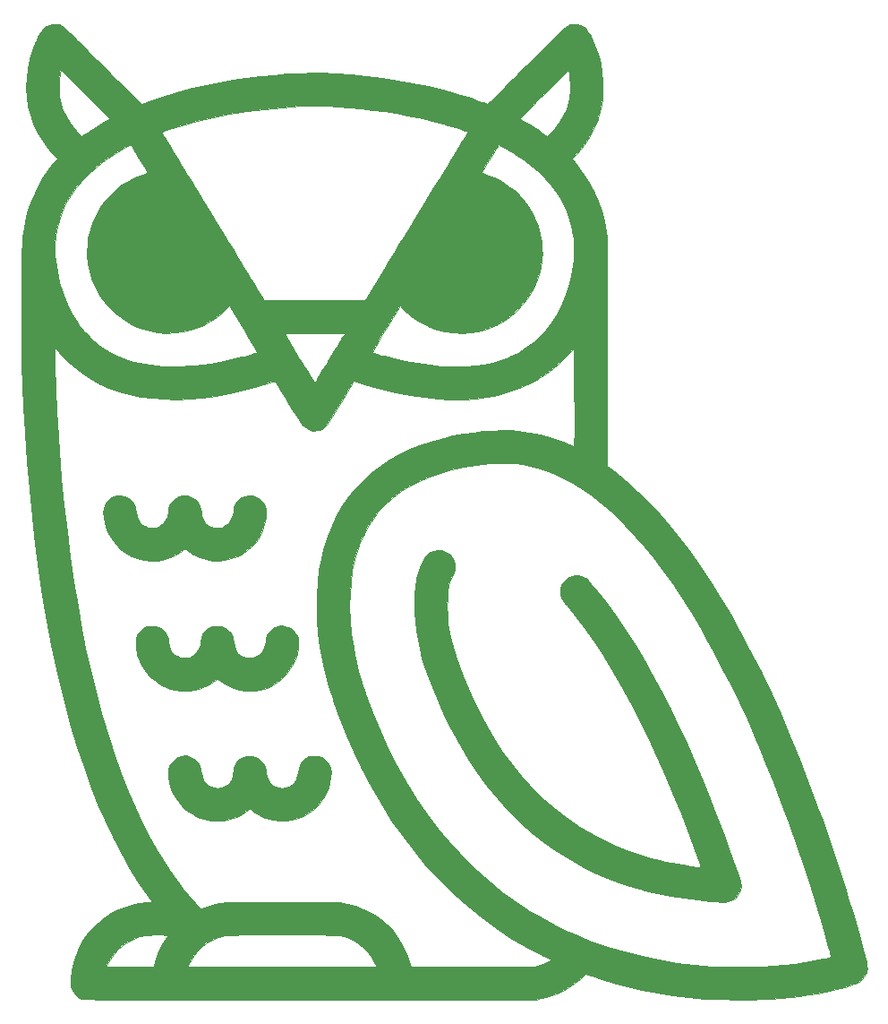
<source format=gts>
G04 #@! TF.GenerationSoftware,KiCad,Pcbnew,7.0.2.1-36-g582732918d-dirty-deb11*
G04 #@! TF.CreationDate,2024-01-19T22:43:06+00:00*
G04 #@! TF.ProjectId,owlThief,6f776c54-6869-4656-962e-6b696361645f,rev?*
G04 #@! TF.SameCoordinates,Original*
G04 #@! TF.FileFunction,Soldermask,Top*
G04 #@! TF.FilePolarity,Negative*
%FSLAX46Y46*%
G04 Gerber Fmt 4.6, Leading zero omitted, Abs format (unit mm)*
G04 Created by KiCad (PCBNEW 7.0.2.1-36-g582732918d-dirty-deb11) date 2024-01-19 22:43:06*
%MOMM*%
%LPD*%
G01*
G04 APERTURE LIST*
%ADD10C,0.010000*%
G04 APERTURE END LIST*
D10*
X200160127Y-99756206D02*
X200468743Y-99877634D01*
X200751053Y-100071661D01*
X200871655Y-100188250D01*
X201024922Y-100366469D01*
X201137690Y-100536243D01*
X201218396Y-100718651D01*
X201275479Y-100934771D01*
X201317374Y-101205681D01*
X201332276Y-101338994D01*
X201406374Y-101713553D01*
X201546130Y-102034872D01*
X201752424Y-102304232D01*
X202026138Y-102522914D01*
X202219667Y-102628712D01*
X202539908Y-102735652D01*
X202871799Y-102765781D01*
X203201169Y-102722920D01*
X203513848Y-102610891D01*
X203795665Y-102433516D01*
X204032450Y-102194616D01*
X204082573Y-102126273D01*
X204202858Y-101924292D01*
X204287101Y-101711212D01*
X204343429Y-101461449D01*
X204375004Y-101205819D01*
X204446327Y-100826641D01*
X204583097Y-100491496D01*
X204780749Y-100206941D01*
X205034713Y-99979536D01*
X205340424Y-99815840D01*
X205343797Y-99814520D01*
X205610891Y-99741794D01*
X205902386Y-99714655D01*
X206188094Y-99733153D01*
X206437825Y-99797340D01*
X206474167Y-99812635D01*
X206764279Y-99966697D01*
X206988380Y-100141291D01*
X207145939Y-100323505D01*
X207277069Y-100531848D01*
X207369021Y-100747724D01*
X207430872Y-100997676D01*
X207467171Y-101262614D01*
X207541667Y-101659725D01*
X207677142Y-101998304D01*
X207873980Y-102278949D01*
X208132562Y-102502260D01*
X208332093Y-102616066D01*
X208662791Y-102731008D01*
X208999004Y-102767290D01*
X209329030Y-102729150D01*
X209641168Y-102620823D01*
X209923716Y-102446549D01*
X210164973Y-102210563D01*
X210353236Y-101917105D01*
X210372125Y-101877326D01*
X210449354Y-101646406D01*
X210504986Y-101340751D01*
X210517000Y-101237621D01*
X210568134Y-100904786D01*
X210650394Y-100633480D01*
X210772259Y-100403652D01*
X210942207Y-100195251D01*
X210969466Y-100167496D01*
X211250989Y-99941201D01*
X211563616Y-99788796D01*
X211896883Y-99713341D01*
X212240328Y-99717899D01*
X212401740Y-99748417D01*
X212752753Y-99874787D01*
X213050161Y-100064190D01*
X213288861Y-100310515D01*
X213463749Y-100607650D01*
X213569723Y-100949484D01*
X213598624Y-101181916D01*
X213590110Y-101671814D01*
X213511887Y-102184577D01*
X213368933Y-102703191D01*
X213166227Y-103210643D01*
X212908745Y-103689921D01*
X212827753Y-103816391D01*
X212455485Y-104301909D01*
X212028809Y-104726760D01*
X211554953Y-105088326D01*
X211041143Y-105383985D01*
X210494608Y-105611120D01*
X209922575Y-105767110D01*
X209332271Y-105849337D01*
X208730925Y-105855180D01*
X208125764Y-105782021D01*
X207689946Y-105678439D01*
X207434899Y-105592027D01*
X207156895Y-105476206D01*
X206872637Y-105340062D01*
X206598828Y-105192681D01*
X206352170Y-105043146D01*
X206149366Y-104900544D01*
X206007118Y-104773960D01*
X205988914Y-104753193D01*
X205954899Y-104730701D01*
X205903299Y-104739929D01*
X205819939Y-104787682D01*
X205690644Y-104880764D01*
X205634515Y-104923325D01*
X205153151Y-105241425D01*
X204625763Y-105500307D01*
X204068429Y-105694588D01*
X203497228Y-105818886D01*
X202928240Y-105867819D01*
X202812333Y-105868041D01*
X202639586Y-105864455D01*
X202495155Y-105859066D01*
X202403324Y-105852859D01*
X202389000Y-105850859D01*
X202318079Y-105838317D01*
X202189646Y-105816725D01*
X202029786Y-105790460D01*
X202008000Y-105786921D01*
X201494954Y-105665048D01*
X200980450Y-105470032D01*
X200481765Y-105211299D01*
X200016175Y-104898275D01*
X199600958Y-104540384D01*
X199464079Y-104399053D01*
X199074786Y-103916600D01*
X198756054Y-103395805D01*
X198510958Y-102844349D01*
X198342570Y-102269913D01*
X198253963Y-101680177D01*
X198240333Y-101340366D01*
X198255820Y-101018100D01*
X198307167Y-100754146D01*
X198401708Y-100527100D01*
X198546776Y-100315560D01*
X198620539Y-100230550D01*
X198890077Y-99992195D01*
X199190179Y-99825370D01*
X199509470Y-99730287D01*
X199836578Y-99707161D01*
X200160127Y-99756206D01*
G36*
X200160127Y-99756206D02*
G01*
X200468743Y-99877634D01*
X200751053Y-100071661D01*
X200871655Y-100188250D01*
X201024922Y-100366469D01*
X201137690Y-100536243D01*
X201218396Y-100718651D01*
X201275479Y-100934771D01*
X201317374Y-101205681D01*
X201332276Y-101338994D01*
X201406374Y-101713553D01*
X201546130Y-102034872D01*
X201752424Y-102304232D01*
X202026138Y-102522914D01*
X202219667Y-102628712D01*
X202539908Y-102735652D01*
X202871799Y-102765781D01*
X203201169Y-102722920D01*
X203513848Y-102610891D01*
X203795665Y-102433516D01*
X204032450Y-102194616D01*
X204082573Y-102126273D01*
X204202858Y-101924292D01*
X204287101Y-101711212D01*
X204343429Y-101461449D01*
X204375004Y-101205819D01*
X204446327Y-100826641D01*
X204583097Y-100491496D01*
X204780749Y-100206941D01*
X205034713Y-99979536D01*
X205340424Y-99815840D01*
X205343797Y-99814520D01*
X205610891Y-99741794D01*
X205902386Y-99714655D01*
X206188094Y-99733153D01*
X206437825Y-99797340D01*
X206474167Y-99812635D01*
X206764279Y-99966697D01*
X206988380Y-100141291D01*
X207145939Y-100323505D01*
X207277069Y-100531848D01*
X207369021Y-100747724D01*
X207430872Y-100997676D01*
X207467171Y-101262614D01*
X207541667Y-101659725D01*
X207677142Y-101998304D01*
X207873980Y-102278949D01*
X208132562Y-102502260D01*
X208332093Y-102616066D01*
X208662791Y-102731008D01*
X208999004Y-102767290D01*
X209329030Y-102729150D01*
X209641168Y-102620823D01*
X209923716Y-102446549D01*
X210164973Y-102210563D01*
X210353236Y-101917105D01*
X210372125Y-101877326D01*
X210449354Y-101646406D01*
X210504986Y-101340751D01*
X210517000Y-101237621D01*
X210568134Y-100904786D01*
X210650394Y-100633480D01*
X210772259Y-100403652D01*
X210942207Y-100195251D01*
X210969466Y-100167496D01*
X211250989Y-99941201D01*
X211563616Y-99788796D01*
X211896883Y-99713341D01*
X212240328Y-99717899D01*
X212401740Y-99748417D01*
X212752753Y-99874787D01*
X213050161Y-100064190D01*
X213288861Y-100310515D01*
X213463749Y-100607650D01*
X213569723Y-100949484D01*
X213598624Y-101181916D01*
X213590110Y-101671814D01*
X213511887Y-102184577D01*
X213368933Y-102703191D01*
X213166227Y-103210643D01*
X212908745Y-103689921D01*
X212827753Y-103816391D01*
X212455485Y-104301909D01*
X212028809Y-104726760D01*
X211554953Y-105088326D01*
X211041143Y-105383985D01*
X210494608Y-105611120D01*
X209922575Y-105767110D01*
X209332271Y-105849337D01*
X208730925Y-105855180D01*
X208125764Y-105782021D01*
X207689946Y-105678439D01*
X207434899Y-105592027D01*
X207156895Y-105476206D01*
X206872637Y-105340062D01*
X206598828Y-105192681D01*
X206352170Y-105043146D01*
X206149366Y-104900544D01*
X206007118Y-104773960D01*
X205988914Y-104753193D01*
X205954899Y-104730701D01*
X205903299Y-104739929D01*
X205819939Y-104787682D01*
X205690644Y-104880764D01*
X205634515Y-104923325D01*
X205153151Y-105241425D01*
X204625763Y-105500307D01*
X204068429Y-105694588D01*
X203497228Y-105818886D01*
X202928240Y-105867819D01*
X202812333Y-105868041D01*
X202639586Y-105864455D01*
X202495155Y-105859066D01*
X202403324Y-105852859D01*
X202389000Y-105850859D01*
X202318079Y-105838317D01*
X202189646Y-105816725D01*
X202029786Y-105790460D01*
X202008000Y-105786921D01*
X201494954Y-105665048D01*
X200980450Y-105470032D01*
X200481765Y-105211299D01*
X200016175Y-104898275D01*
X199600958Y-104540384D01*
X199464079Y-104399053D01*
X199074786Y-103916600D01*
X198756054Y-103395805D01*
X198510958Y-102844349D01*
X198342570Y-102269913D01*
X198253963Y-101680177D01*
X198240333Y-101340366D01*
X198255820Y-101018100D01*
X198307167Y-100754146D01*
X198401708Y-100527100D01*
X198546776Y-100315560D01*
X198620539Y-100230550D01*
X198890077Y-99992195D01*
X199190179Y-99825370D01*
X199509470Y-99730287D01*
X199836578Y-99707161D01*
X200160127Y-99756206D01*
G37*
X206201873Y-75148349D02*
X206529384Y-75254712D01*
X206836450Y-75441207D01*
X206976942Y-75561258D01*
X207193660Y-75811294D01*
X207344987Y-76093427D01*
X207433069Y-76415379D01*
X207460048Y-76784870D01*
X207430206Y-77193392D01*
X207308010Y-77821082D01*
X207109845Y-78414305D01*
X206837970Y-78968929D01*
X206494647Y-79480825D01*
X206082135Y-79945860D01*
X205770020Y-80227632D01*
X205272709Y-80585245D01*
X204739412Y-80869578D01*
X204178155Y-81079677D01*
X203596965Y-81214591D01*
X203003867Y-81273368D01*
X202406886Y-81255055D01*
X201814049Y-81158701D01*
X201233381Y-80983352D01*
X200837766Y-80812763D01*
X200626703Y-80702579D01*
X200410473Y-80577888D01*
X200220857Y-80457518D01*
X200133460Y-80395489D01*
X199999396Y-80294816D01*
X199888212Y-80212783D01*
X199819730Y-80163975D01*
X199811800Y-80158794D01*
X199756895Y-80168679D01*
X199653884Y-80223119D01*
X199519860Y-80312654D01*
X199477944Y-80343597D01*
X199235591Y-80508703D01*
X198945300Y-80679252D01*
X198636416Y-80839855D01*
X198338281Y-80975122D01*
X198113333Y-81059300D01*
X197630748Y-81181154D01*
X197108660Y-81252604D01*
X196577051Y-81271625D01*
X196065902Y-81236193D01*
X195890833Y-81209390D01*
X195289740Y-81059657D01*
X194718036Y-80831923D01*
X194182327Y-80529730D01*
X193689216Y-80156621D01*
X193380405Y-79862960D01*
X192970936Y-79379621D01*
X192638667Y-78862280D01*
X192382540Y-78308693D01*
X192201498Y-77716611D01*
X192101793Y-77148221D01*
X192075304Y-76748770D01*
X192101089Y-76405770D01*
X192182336Y-76106686D01*
X192322233Y-75838984D01*
X192488525Y-75627969D01*
X192752593Y-75396417D01*
X193047544Y-75236441D01*
X193361817Y-75146604D01*
X193683847Y-75125469D01*
X194002072Y-75171599D01*
X194304929Y-75283556D01*
X194580855Y-75459903D01*
X194818286Y-75699203D01*
X194973735Y-75936858D01*
X195043953Y-76085393D01*
X195095914Y-76241846D01*
X195136826Y-76432615D01*
X195170371Y-76657091D01*
X195242050Y-77040647D01*
X195350255Y-77355395D01*
X195501483Y-77611690D01*
X195702229Y-77819884D01*
X195958990Y-77990333D01*
X196029755Y-78026816D01*
X196177143Y-78095285D01*
X196298496Y-78136788D01*
X196425429Y-78157937D01*
X196589557Y-78165341D01*
X196695167Y-78165955D01*
X196889664Y-78162935D01*
X197031197Y-78149468D01*
X197151381Y-78118944D01*
X197281832Y-78064751D01*
X197360578Y-78026816D01*
X197633184Y-77862699D01*
X197847767Y-77662627D01*
X198010749Y-77416402D01*
X198128551Y-77113827D01*
X198207593Y-76744703D01*
X198219167Y-76663122D01*
X198270707Y-76351455D01*
X198338817Y-76103433D01*
X198432364Y-75898382D01*
X198560218Y-75715632D01*
X198683199Y-75581527D01*
X198962680Y-75356737D01*
X199270589Y-75206238D01*
X199595475Y-75129791D01*
X199925887Y-75127156D01*
X200250376Y-75198093D01*
X200557491Y-75342363D01*
X200835782Y-75559725D01*
X200901808Y-75627969D01*
X201079769Y-75860561D01*
X201206060Y-76119514D01*
X201288108Y-76423672D01*
X201326233Y-76705131D01*
X201395893Y-77090464D01*
X201529346Y-77420610D01*
X201727776Y-77697380D01*
X201992366Y-77922584D01*
X202200806Y-78042375D01*
X202336843Y-78104023D01*
X202456200Y-78141141D01*
X202589541Y-78159710D01*
X202767529Y-78165711D01*
X202834390Y-78165955D01*
X203028788Y-78162906D01*
X203170307Y-78149339D01*
X203290644Y-78118625D01*
X203421495Y-78064134D01*
X203498381Y-78027077D01*
X203790039Y-77847392D01*
X204019580Y-77622994D01*
X204191161Y-77347207D01*
X204308937Y-77013357D01*
X204376957Y-76615812D01*
X204449271Y-76226346D01*
X204580366Y-75896655D01*
X204771907Y-75624013D01*
X205025562Y-75405693D01*
X205169199Y-75319749D01*
X205514527Y-75179898D01*
X205861169Y-75123088D01*
X206201873Y-75148349D01*
G36*
X206201873Y-75148349D02*
G01*
X206529384Y-75254712D01*
X206836450Y-75441207D01*
X206976942Y-75561258D01*
X207193660Y-75811294D01*
X207344987Y-76093427D01*
X207433069Y-76415379D01*
X207460048Y-76784870D01*
X207430206Y-77193392D01*
X207308010Y-77821082D01*
X207109845Y-78414305D01*
X206837970Y-78968929D01*
X206494647Y-79480825D01*
X206082135Y-79945860D01*
X205770020Y-80227632D01*
X205272709Y-80585245D01*
X204739412Y-80869578D01*
X204178155Y-81079677D01*
X203596965Y-81214591D01*
X203003867Y-81273368D01*
X202406886Y-81255055D01*
X201814049Y-81158701D01*
X201233381Y-80983352D01*
X200837766Y-80812763D01*
X200626703Y-80702579D01*
X200410473Y-80577888D01*
X200220857Y-80457518D01*
X200133460Y-80395489D01*
X199999396Y-80294816D01*
X199888212Y-80212783D01*
X199819730Y-80163975D01*
X199811800Y-80158794D01*
X199756895Y-80168679D01*
X199653884Y-80223119D01*
X199519860Y-80312654D01*
X199477944Y-80343597D01*
X199235591Y-80508703D01*
X198945300Y-80679252D01*
X198636416Y-80839855D01*
X198338281Y-80975122D01*
X198113333Y-81059300D01*
X197630748Y-81181154D01*
X197108660Y-81252604D01*
X196577051Y-81271625D01*
X196065902Y-81236193D01*
X195890833Y-81209390D01*
X195289740Y-81059657D01*
X194718036Y-80831923D01*
X194182327Y-80529730D01*
X193689216Y-80156621D01*
X193380405Y-79862960D01*
X192970936Y-79379621D01*
X192638667Y-78862280D01*
X192382540Y-78308693D01*
X192201498Y-77716611D01*
X192101793Y-77148221D01*
X192075304Y-76748770D01*
X192101089Y-76405770D01*
X192182336Y-76106686D01*
X192322233Y-75838984D01*
X192488525Y-75627969D01*
X192752593Y-75396417D01*
X193047544Y-75236441D01*
X193361817Y-75146604D01*
X193683847Y-75125469D01*
X194002072Y-75171599D01*
X194304929Y-75283556D01*
X194580855Y-75459903D01*
X194818286Y-75699203D01*
X194973735Y-75936858D01*
X195043953Y-76085393D01*
X195095914Y-76241846D01*
X195136826Y-76432615D01*
X195170371Y-76657091D01*
X195242050Y-77040647D01*
X195350255Y-77355395D01*
X195501483Y-77611690D01*
X195702229Y-77819884D01*
X195958990Y-77990333D01*
X196029755Y-78026816D01*
X196177143Y-78095285D01*
X196298496Y-78136788D01*
X196425429Y-78157937D01*
X196589557Y-78165341D01*
X196695167Y-78165955D01*
X196889664Y-78162935D01*
X197031197Y-78149468D01*
X197151381Y-78118944D01*
X197281832Y-78064751D01*
X197360578Y-78026816D01*
X197633184Y-77862699D01*
X197847767Y-77662627D01*
X198010749Y-77416402D01*
X198128551Y-77113827D01*
X198207593Y-76744703D01*
X198219167Y-76663122D01*
X198270707Y-76351455D01*
X198338817Y-76103433D01*
X198432364Y-75898382D01*
X198560218Y-75715632D01*
X198683199Y-75581527D01*
X198962680Y-75356737D01*
X199270589Y-75206238D01*
X199595475Y-75129791D01*
X199925887Y-75127156D01*
X200250376Y-75198093D01*
X200557491Y-75342363D01*
X200835782Y-75559725D01*
X200901808Y-75627969D01*
X201079769Y-75860561D01*
X201206060Y-76119514D01*
X201288108Y-76423672D01*
X201326233Y-76705131D01*
X201395893Y-77090464D01*
X201529346Y-77420610D01*
X201727776Y-77697380D01*
X201992366Y-77922584D01*
X202200806Y-78042375D01*
X202336843Y-78104023D01*
X202456200Y-78141141D01*
X202589541Y-78159710D01*
X202767529Y-78165711D01*
X202834390Y-78165955D01*
X203028788Y-78162906D01*
X203170307Y-78149339D01*
X203290644Y-78118625D01*
X203421495Y-78064134D01*
X203498381Y-78027077D01*
X203790039Y-77847392D01*
X204019580Y-77622994D01*
X204191161Y-77347207D01*
X204308937Y-77013357D01*
X204376957Y-76615812D01*
X204449271Y-76226346D01*
X204580366Y-75896655D01*
X204771907Y-75624013D01*
X205025562Y-75405693D01*
X205169199Y-75319749D01*
X205514527Y-75179898D01*
X205861169Y-75123088D01*
X206201873Y-75148349D01*
G37*
X209214173Y-87438332D02*
X209523391Y-87516150D01*
X209812133Y-87656011D01*
X210068914Y-87856681D01*
X210282247Y-88116928D01*
X210386271Y-88304689D01*
X210469705Y-88561203D01*
X210512627Y-88876506D01*
X210515645Y-89235377D01*
X210479372Y-89622593D01*
X210404416Y-90022935D01*
X210302805Y-90386735D01*
X210074597Y-90954110D01*
X209778432Y-91477584D01*
X209420850Y-91952855D01*
X209008392Y-92375617D01*
X208547600Y-92741568D01*
X208045014Y-93046403D01*
X207507175Y-93285817D01*
X206940624Y-93455508D01*
X206351903Y-93551171D01*
X205747551Y-93568502D01*
X205493029Y-93551614D01*
X204941570Y-93461652D01*
X204387832Y-93300140D01*
X203853525Y-93075463D01*
X203360362Y-92796006D01*
X203143988Y-92644386D01*
X202837296Y-92413666D01*
X202708398Y-92517442D01*
X202216421Y-92865312D01*
X201687880Y-93149600D01*
X201137533Y-93363555D01*
X200580138Y-93500426D01*
X200547500Y-93505924D01*
X200315723Y-93536215D01*
X200051000Y-93558749D01*
X199785090Y-93571779D01*
X199549751Y-93573557D01*
X199425667Y-93567640D01*
X198913495Y-93494699D01*
X198400906Y-93365553D01*
X197915964Y-93188490D01*
X197570051Y-93019727D01*
X197039835Y-92678013D01*
X196564906Y-92274684D01*
X196149789Y-91815548D01*
X195799009Y-91306412D01*
X195517092Y-90753083D01*
X195308564Y-90161369D01*
X195290391Y-90094529D01*
X195238985Y-89880726D01*
X195205442Y-89684858D01*
X195186098Y-89476016D01*
X195177291Y-89223285D01*
X195176119Y-89130288D01*
X195175172Y-88900418D01*
X195179107Y-88734604D01*
X195190831Y-88612257D01*
X195213254Y-88512789D01*
X195249283Y-88415613D01*
X195289732Y-88325955D01*
X195480260Y-88016123D01*
X195736635Y-87756159D01*
X196017833Y-87571183D01*
X196146179Y-87507432D01*
X196254478Y-87467871D01*
X196370723Y-87446793D01*
X196522908Y-87438491D01*
X196674890Y-87437216D01*
X196872914Y-87439632D01*
X197015759Y-87451133D01*
X197132854Y-87477639D01*
X197253626Y-87525072D01*
X197357412Y-87574535D01*
X197661383Y-87763295D01*
X197899789Y-87999967D01*
X198075361Y-88288829D01*
X198190831Y-88634163D01*
X198242501Y-88961607D01*
X198309195Y-89352010D01*
X198431154Y-89680494D01*
X198611222Y-89951631D01*
X198852242Y-90169988D01*
X199077542Y-90303260D01*
X199215926Y-90368138D01*
X199329637Y-90409041D01*
X199446450Y-90431440D01*
X199594139Y-90440807D01*
X199784849Y-90442622D01*
X199983511Y-90440854D01*
X200123996Y-90431846D01*
X200232776Y-90410042D01*
X200336326Y-90369886D01*
X200461118Y-90305821D01*
X200476634Y-90297425D01*
X200756756Y-90111103D01*
X200973135Y-89886398D01*
X201131279Y-89614243D01*
X201236692Y-89285574D01*
X201288333Y-88960955D01*
X201357525Y-88567619D01*
X201479268Y-88237297D01*
X201657641Y-87963584D01*
X201896722Y-87740076D01*
X202171254Y-87574535D01*
X202312506Y-87508683D01*
X202429307Y-87467950D01*
X202551106Y-87446401D01*
X202707352Y-87438103D01*
X202853776Y-87437001D01*
X203053396Y-87439754D01*
X203196489Y-87451533D01*
X203311117Y-87477698D01*
X203425340Y-87523608D01*
X203500913Y-87560611D01*
X203723228Y-87703142D01*
X203938002Y-87893611D01*
X204121500Y-88107687D01*
X204249989Y-88321039D01*
X204256092Y-88334813D01*
X204304480Y-88484658D01*
X204347788Y-88687344D01*
X204379368Y-88911059D01*
X204381973Y-88936975D01*
X204454450Y-89337652D01*
X204589089Y-89683073D01*
X204784834Y-89971573D01*
X205040631Y-90201490D01*
X205267667Y-90332795D01*
X205390029Y-90385304D01*
X205503889Y-90417950D01*
X205635908Y-90435159D01*
X205812751Y-90441357D01*
X205923833Y-90441716D01*
X206204222Y-90429485D01*
X206428628Y-90387886D01*
X206623349Y-90307521D01*
X206814679Y-90178991D01*
X206930910Y-90081798D01*
X207154541Y-89831321D01*
X207312888Y-89529979D01*
X207407225Y-89175039D01*
X207427177Y-89019009D01*
X207473623Y-88685366D01*
X207548126Y-88412460D01*
X207657872Y-88178972D01*
X207762945Y-88023042D01*
X208002256Y-87772150D01*
X208278520Y-87589466D01*
X208580251Y-87473757D01*
X208895964Y-87423790D01*
X209214173Y-87438332D01*
G36*
X209214173Y-87438332D02*
G01*
X209523391Y-87516150D01*
X209812133Y-87656011D01*
X210068914Y-87856681D01*
X210282247Y-88116928D01*
X210386271Y-88304689D01*
X210469705Y-88561203D01*
X210512627Y-88876506D01*
X210515645Y-89235377D01*
X210479372Y-89622593D01*
X210404416Y-90022935D01*
X210302805Y-90386735D01*
X210074597Y-90954110D01*
X209778432Y-91477584D01*
X209420850Y-91952855D01*
X209008392Y-92375617D01*
X208547600Y-92741568D01*
X208045014Y-93046403D01*
X207507175Y-93285817D01*
X206940624Y-93455508D01*
X206351903Y-93551171D01*
X205747551Y-93568502D01*
X205493029Y-93551614D01*
X204941570Y-93461652D01*
X204387832Y-93300140D01*
X203853525Y-93075463D01*
X203360362Y-92796006D01*
X203143988Y-92644386D01*
X202837296Y-92413666D01*
X202708398Y-92517442D01*
X202216421Y-92865312D01*
X201687880Y-93149600D01*
X201137533Y-93363555D01*
X200580138Y-93500426D01*
X200547500Y-93505924D01*
X200315723Y-93536215D01*
X200051000Y-93558749D01*
X199785090Y-93571779D01*
X199549751Y-93573557D01*
X199425667Y-93567640D01*
X198913495Y-93494699D01*
X198400906Y-93365553D01*
X197915964Y-93188490D01*
X197570051Y-93019727D01*
X197039835Y-92678013D01*
X196564906Y-92274684D01*
X196149789Y-91815548D01*
X195799009Y-91306412D01*
X195517092Y-90753083D01*
X195308564Y-90161369D01*
X195290391Y-90094529D01*
X195238985Y-89880726D01*
X195205442Y-89684858D01*
X195186098Y-89476016D01*
X195177291Y-89223285D01*
X195176119Y-89130288D01*
X195175172Y-88900418D01*
X195179107Y-88734604D01*
X195190831Y-88612257D01*
X195213254Y-88512789D01*
X195249283Y-88415613D01*
X195289732Y-88325955D01*
X195480260Y-88016123D01*
X195736635Y-87756159D01*
X196017833Y-87571183D01*
X196146179Y-87507432D01*
X196254478Y-87467871D01*
X196370723Y-87446793D01*
X196522908Y-87438491D01*
X196674890Y-87437216D01*
X196872914Y-87439632D01*
X197015759Y-87451133D01*
X197132854Y-87477639D01*
X197253626Y-87525072D01*
X197357412Y-87574535D01*
X197661383Y-87763295D01*
X197899789Y-87999967D01*
X198075361Y-88288829D01*
X198190831Y-88634163D01*
X198242501Y-88961607D01*
X198309195Y-89352010D01*
X198431154Y-89680494D01*
X198611222Y-89951631D01*
X198852242Y-90169988D01*
X199077542Y-90303260D01*
X199215926Y-90368138D01*
X199329637Y-90409041D01*
X199446450Y-90431440D01*
X199594139Y-90440807D01*
X199784849Y-90442622D01*
X199983511Y-90440854D01*
X200123996Y-90431846D01*
X200232776Y-90410042D01*
X200336326Y-90369886D01*
X200461118Y-90305821D01*
X200476634Y-90297425D01*
X200756756Y-90111103D01*
X200973135Y-89886398D01*
X201131279Y-89614243D01*
X201236692Y-89285574D01*
X201288333Y-88960955D01*
X201357525Y-88567619D01*
X201479268Y-88237297D01*
X201657641Y-87963584D01*
X201896722Y-87740076D01*
X202171254Y-87574535D01*
X202312506Y-87508683D01*
X202429307Y-87467950D01*
X202551106Y-87446401D01*
X202707352Y-87438103D01*
X202853776Y-87437001D01*
X203053396Y-87439754D01*
X203196489Y-87451533D01*
X203311117Y-87477698D01*
X203425340Y-87523608D01*
X203500913Y-87560611D01*
X203723228Y-87703142D01*
X203938002Y-87893611D01*
X204121500Y-88107687D01*
X204249989Y-88321039D01*
X204256092Y-88334813D01*
X204304480Y-88484658D01*
X204347788Y-88687344D01*
X204379368Y-88911059D01*
X204381973Y-88936975D01*
X204454450Y-89337652D01*
X204589089Y-89683073D01*
X204784834Y-89971573D01*
X205040631Y-90201490D01*
X205267667Y-90332795D01*
X205390029Y-90385304D01*
X205503889Y-90417950D01*
X205635908Y-90435159D01*
X205812751Y-90441357D01*
X205923833Y-90441716D01*
X206204222Y-90429485D01*
X206428628Y-90387886D01*
X206623349Y-90307521D01*
X206814679Y-90178991D01*
X206930910Y-90081798D01*
X207154541Y-89831321D01*
X207312888Y-89529979D01*
X207407225Y-89175039D01*
X207427177Y-89019009D01*
X207473623Y-88685366D01*
X207548126Y-88412460D01*
X207657872Y-88178972D01*
X207762945Y-88023042D01*
X208002256Y-87772150D01*
X208278520Y-87589466D01*
X208580251Y-87473757D01*
X208895964Y-87423790D01*
X209214173Y-87438332D01*
G37*
X224001157Y-80295340D02*
X224310684Y-80371621D01*
X224600485Y-80510110D01*
X224859076Y-80709687D01*
X225074971Y-80969235D01*
X225173096Y-81140672D01*
X225239297Y-81282232D01*
X225280467Y-81398568D01*
X225302471Y-81518768D01*
X225311174Y-81671919D01*
X225312500Y-81832081D01*
X225311116Y-82019194D01*
X225302178Y-82154655D01*
X225278511Y-82266863D01*
X225232936Y-82384216D01*
X225158275Y-82535112D01*
X225112697Y-82622634D01*
X224963311Y-82939882D01*
X224842655Y-83270113D01*
X224748632Y-83625065D01*
X224679148Y-84016475D01*
X224632105Y-84456082D01*
X224605409Y-84955622D01*
X224596968Y-85510788D01*
X224618962Y-86385442D01*
X224688450Y-87224464D01*
X224808712Y-88046511D01*
X224983031Y-88870239D01*
X225214689Y-89714305D01*
X225476797Y-90512115D01*
X226088387Y-92150970D01*
X226746090Y-93720396D01*
X227449724Y-95220162D01*
X228199105Y-96650041D01*
X228994049Y-98009803D01*
X229834373Y-99299219D01*
X230719893Y-100518060D01*
X231650427Y-101666098D01*
X232625791Y-102743103D01*
X233645801Y-103748845D01*
X234710274Y-104683097D01*
X235819027Y-105545629D01*
X236971876Y-106336212D01*
X238168638Y-107054617D01*
X239131786Y-107564373D01*
X240323230Y-108120944D01*
X241545834Y-108614812D01*
X242814323Y-109051640D01*
X243642833Y-109299872D01*
X244192885Y-109451025D01*
X244724106Y-109586580D01*
X245250833Y-109709359D01*
X245787404Y-109822184D01*
X246348157Y-109927878D01*
X246947427Y-110029264D01*
X247599553Y-110129165D01*
X248318871Y-110230402D01*
X248479417Y-110252044D01*
X248572708Y-110261014D01*
X248616526Y-110258295D01*
X248617000Y-110257262D01*
X248603245Y-110215444D01*
X248564653Y-110105283D01*
X248505235Y-109938037D01*
X248428998Y-109724962D01*
X248339954Y-109477317D01*
X248282476Y-109318007D01*
X247507878Y-107221747D01*
X246722775Y-105192095D01*
X245927838Y-103230339D01*
X245123737Y-101337765D01*
X244311141Y-99515660D01*
X243490720Y-97765310D01*
X242663146Y-96088004D01*
X241829087Y-94485027D01*
X240989214Y-92957667D01*
X240144197Y-91507210D01*
X239294705Y-90134943D01*
X238441410Y-88842153D01*
X237584981Y-87630126D01*
X236726088Y-86500151D01*
X235865401Y-85453512D01*
X235841887Y-85426122D01*
X235632005Y-85167426D01*
X235480602Y-84942779D01*
X235379035Y-84734624D01*
X235318661Y-84525406D01*
X235291495Y-84308241D01*
X235306857Y-83939910D01*
X235399756Y-83600318D01*
X235567163Y-83296214D01*
X235806049Y-83034346D01*
X235895833Y-82961523D01*
X236165914Y-82794924D01*
X236453046Y-82696472D01*
X236779694Y-82659037D01*
X236851306Y-82658243D01*
X237044742Y-82665363D01*
X237196076Y-82691372D01*
X237347335Y-82745614D01*
X237443972Y-82790027D01*
X237592263Y-82864867D01*
X237714186Y-82938359D01*
X237826203Y-83024428D01*
X237944777Y-83137003D01*
X238086369Y-83290010D01*
X238233107Y-83457622D01*
X239066046Y-84460561D01*
X239901424Y-85545849D01*
X240737929Y-86711253D01*
X241574245Y-87954538D01*
X242409057Y-89273469D01*
X243241052Y-90665814D01*
X244068915Y-92129337D01*
X244891330Y-93661804D01*
X245706985Y-95260981D01*
X246514564Y-96924635D01*
X247312752Y-98650531D01*
X247751889Y-99635981D01*
X248268752Y-100829628D01*
X248789817Y-102068453D01*
X249309496Y-103338026D01*
X249822203Y-104623919D01*
X250322353Y-105911703D01*
X250804358Y-107186949D01*
X251262632Y-108435229D01*
X251691589Y-109642114D01*
X252085643Y-110793175D01*
X252172249Y-111053025D01*
X252254807Y-111304699D01*
X252313439Y-111494085D01*
X252351713Y-111638975D01*
X252373197Y-111757159D01*
X252381457Y-111866430D01*
X252380060Y-111984577D01*
X252375968Y-112069025D01*
X252323136Y-112420095D01*
X252202742Y-112724871D01*
X252010022Y-112993847D01*
X251910208Y-113095082D01*
X251684585Y-113274396D01*
X251439177Y-113402800D01*
X251160695Y-113483785D01*
X250835855Y-113520840D01*
X250451369Y-113517454D01*
X250331500Y-113509756D01*
X250212355Y-113501037D01*
X250030573Y-113487884D01*
X249807972Y-113471869D01*
X249566366Y-113454565D01*
X249484833Y-113448743D01*
X248246122Y-113334915D01*
X246979654Y-113169869D01*
X245710930Y-112957931D01*
X244465451Y-112703426D01*
X243268717Y-112410682D01*
X243105376Y-112366581D01*
X241601116Y-111914716D01*
X240147229Y-111394957D01*
X238743042Y-110806843D01*
X237387878Y-110149915D01*
X236081060Y-109423711D01*
X234821913Y-108627772D01*
X233609762Y-107761638D01*
X232443929Y-106824847D01*
X231323740Y-105816940D01*
X230248518Y-104737457D01*
X229217588Y-103585937D01*
X228230273Y-102361921D01*
X228035015Y-102104421D01*
X227210340Y-100949363D01*
X226413963Y-99721408D01*
X225650152Y-98428842D01*
X224923174Y-97079952D01*
X224237296Y-95683026D01*
X223596785Y-94246350D01*
X223005909Y-92778211D01*
X222476928Y-91310455D01*
X222219712Y-90482884D01*
X221999331Y-89628176D01*
X221816750Y-88756953D01*
X221672937Y-87879837D01*
X221568857Y-87007451D01*
X221505475Y-86150417D01*
X221483758Y-85319357D01*
X221504672Y-84524895D01*
X221569181Y-83777652D01*
X221678253Y-83088250D01*
X221713995Y-82919951D01*
X221819854Y-82516452D01*
X221954883Y-82107345D01*
X222110982Y-81712111D01*
X222280051Y-81350234D01*
X222453990Y-81041193D01*
X222559596Y-80886179D01*
X222795482Y-80634650D01*
X223069067Y-80450920D01*
X223368863Y-80333871D01*
X223683388Y-80282383D01*
X224001157Y-80295340D01*
G36*
X224001157Y-80295340D02*
G01*
X224310684Y-80371621D01*
X224600485Y-80510110D01*
X224859076Y-80709687D01*
X225074971Y-80969235D01*
X225173096Y-81140672D01*
X225239297Y-81282232D01*
X225280467Y-81398568D01*
X225302471Y-81518768D01*
X225311174Y-81671919D01*
X225312500Y-81832081D01*
X225311116Y-82019194D01*
X225302178Y-82154655D01*
X225278511Y-82266863D01*
X225232936Y-82384216D01*
X225158275Y-82535112D01*
X225112697Y-82622634D01*
X224963311Y-82939882D01*
X224842655Y-83270113D01*
X224748632Y-83625065D01*
X224679148Y-84016475D01*
X224632105Y-84456082D01*
X224605409Y-84955622D01*
X224596968Y-85510788D01*
X224618962Y-86385442D01*
X224688450Y-87224464D01*
X224808712Y-88046511D01*
X224983031Y-88870239D01*
X225214689Y-89714305D01*
X225476797Y-90512115D01*
X226088387Y-92150970D01*
X226746090Y-93720396D01*
X227449724Y-95220162D01*
X228199105Y-96650041D01*
X228994049Y-98009803D01*
X229834373Y-99299219D01*
X230719893Y-100518060D01*
X231650427Y-101666098D01*
X232625791Y-102743103D01*
X233645801Y-103748845D01*
X234710274Y-104683097D01*
X235819027Y-105545629D01*
X236971876Y-106336212D01*
X238168638Y-107054617D01*
X239131786Y-107564373D01*
X240323230Y-108120944D01*
X241545834Y-108614812D01*
X242814323Y-109051640D01*
X243642833Y-109299872D01*
X244192885Y-109451025D01*
X244724106Y-109586580D01*
X245250833Y-109709359D01*
X245787404Y-109822184D01*
X246348157Y-109927878D01*
X246947427Y-110029264D01*
X247599553Y-110129165D01*
X248318871Y-110230402D01*
X248479417Y-110252044D01*
X248572708Y-110261014D01*
X248616526Y-110258295D01*
X248617000Y-110257262D01*
X248603245Y-110215444D01*
X248564653Y-110105283D01*
X248505235Y-109938037D01*
X248428998Y-109724962D01*
X248339954Y-109477317D01*
X248282476Y-109318007D01*
X247507878Y-107221747D01*
X246722775Y-105192095D01*
X245927838Y-103230339D01*
X245123737Y-101337765D01*
X244311141Y-99515660D01*
X243490720Y-97765310D01*
X242663146Y-96088004D01*
X241829087Y-94485027D01*
X240989214Y-92957667D01*
X240144197Y-91507210D01*
X239294705Y-90134943D01*
X238441410Y-88842153D01*
X237584981Y-87630126D01*
X236726088Y-86500151D01*
X235865401Y-85453512D01*
X235841887Y-85426122D01*
X235632005Y-85167426D01*
X235480602Y-84942779D01*
X235379035Y-84734624D01*
X235318661Y-84525406D01*
X235291495Y-84308241D01*
X235306857Y-83939910D01*
X235399756Y-83600318D01*
X235567163Y-83296214D01*
X235806049Y-83034346D01*
X235895833Y-82961523D01*
X236165914Y-82794924D01*
X236453046Y-82696472D01*
X236779694Y-82659037D01*
X236851306Y-82658243D01*
X237044742Y-82665363D01*
X237196076Y-82691372D01*
X237347335Y-82745614D01*
X237443972Y-82790027D01*
X237592263Y-82864867D01*
X237714186Y-82938359D01*
X237826203Y-83024428D01*
X237944777Y-83137003D01*
X238086369Y-83290010D01*
X238233107Y-83457622D01*
X239066046Y-84460561D01*
X239901424Y-85545849D01*
X240737929Y-86711253D01*
X241574245Y-87954538D01*
X242409057Y-89273469D01*
X243241052Y-90665814D01*
X244068915Y-92129337D01*
X244891330Y-93661804D01*
X245706985Y-95260981D01*
X246514564Y-96924635D01*
X247312752Y-98650531D01*
X247751889Y-99635981D01*
X248268752Y-100829628D01*
X248789817Y-102068453D01*
X249309496Y-103338026D01*
X249822203Y-104623919D01*
X250322353Y-105911703D01*
X250804358Y-107186949D01*
X251262632Y-108435229D01*
X251691589Y-109642114D01*
X252085643Y-110793175D01*
X252172249Y-111053025D01*
X252254807Y-111304699D01*
X252313439Y-111494085D01*
X252351713Y-111638975D01*
X252373197Y-111757159D01*
X252381457Y-111866430D01*
X252380060Y-111984577D01*
X252375968Y-112069025D01*
X252323136Y-112420095D01*
X252202742Y-112724871D01*
X252010022Y-112993847D01*
X251910208Y-113095082D01*
X251684585Y-113274396D01*
X251439177Y-113402800D01*
X251160695Y-113483785D01*
X250835855Y-113520840D01*
X250451369Y-113517454D01*
X250331500Y-113509756D01*
X250212355Y-113501037D01*
X250030573Y-113487884D01*
X249807972Y-113471869D01*
X249566366Y-113454565D01*
X249484833Y-113448743D01*
X248246122Y-113334915D01*
X246979654Y-113169869D01*
X245710930Y-112957931D01*
X244465451Y-112703426D01*
X243268717Y-112410682D01*
X243105376Y-112366581D01*
X241601116Y-111914716D01*
X240147229Y-111394957D01*
X238743042Y-110806843D01*
X237387878Y-110149915D01*
X236081060Y-109423711D01*
X234821913Y-108627772D01*
X233609762Y-107761638D01*
X232443929Y-106824847D01*
X231323740Y-105816940D01*
X230248518Y-104737457D01*
X229217588Y-103585937D01*
X228230273Y-102361921D01*
X228035015Y-102104421D01*
X227210340Y-100949363D01*
X226413963Y-99721408D01*
X225650152Y-98428842D01*
X224923174Y-97079952D01*
X224237296Y-95683026D01*
X223596785Y-94246350D01*
X223005909Y-92778211D01*
X222476928Y-91310455D01*
X222219712Y-90482884D01*
X221999331Y-89628176D01*
X221816750Y-88756953D01*
X221672937Y-87879837D01*
X221568857Y-87007451D01*
X221505475Y-86150417D01*
X221483758Y-85319357D01*
X221504672Y-84524895D01*
X221569181Y-83777652D01*
X221678253Y-83088250D01*
X221713995Y-82919951D01*
X221819854Y-82516452D01*
X221954883Y-82107345D01*
X222110982Y-81712111D01*
X222280051Y-81350234D01*
X222453990Y-81041193D01*
X222559596Y-80886179D01*
X222795482Y-80634650D01*
X223069067Y-80450920D01*
X223368863Y-80333871D01*
X223683388Y-80282383D01*
X224001157Y-80295340D01*
G37*
X187551167Y-30570483D02*
X187754323Y-30583433D01*
X187903357Y-30606283D01*
X188028766Y-30646059D01*
X188161045Y-30709787D01*
X188165000Y-30711906D01*
X188213486Y-30743495D01*
X188283935Y-30798803D01*
X188379179Y-30880586D01*
X188502047Y-30991597D01*
X188655372Y-31134592D01*
X188841985Y-31312326D01*
X189064718Y-31527553D01*
X189326401Y-31783027D01*
X189629867Y-32081504D01*
X189977946Y-32425739D01*
X190373469Y-32818485D01*
X190819269Y-33262498D01*
X191318176Y-33760533D01*
X191873022Y-34315343D01*
X192024759Y-34467196D01*
X192486171Y-34928571D01*
X192931500Y-35372961D01*
X193357040Y-35796715D01*
X193759086Y-36196181D01*
X194133933Y-36567710D01*
X194477875Y-36907649D01*
X194787207Y-37212347D01*
X195058224Y-37478153D01*
X195287220Y-37701416D01*
X195470492Y-37878485D01*
X195604332Y-38005708D01*
X195685036Y-38079435D01*
X195708724Y-38097455D01*
X195772465Y-38082897D01*
X195892565Y-38044121D01*
X196046819Y-37988471D01*
X196103465Y-37966871D01*
X197113330Y-37600634D01*
X198195737Y-37253366D01*
X199340333Y-36926810D01*
X200536765Y-36622712D01*
X201774679Y-36342815D01*
X203043722Y-36088865D01*
X204333539Y-35862607D01*
X205633778Y-35665784D01*
X206934085Y-35500141D01*
X208224107Y-35367423D01*
X209493490Y-35269374D01*
X210731879Y-35207740D01*
X211928923Y-35184263D01*
X212591333Y-35188668D01*
X214023695Y-35236729D01*
X215483925Y-35331764D01*
X216960862Y-35471814D01*
X218443344Y-35654923D01*
X219920211Y-35879133D01*
X221380301Y-36142486D01*
X222812452Y-36443026D01*
X224205503Y-36778795D01*
X225548292Y-37147836D01*
X226829660Y-37548191D01*
X227628227Y-37825701D01*
X227865182Y-37911030D01*
X228074805Y-37985379D01*
X228244119Y-38044238D01*
X228360147Y-38083098D01*
X228409912Y-38097449D01*
X228410146Y-38097455D01*
X228443671Y-38068137D01*
X228533406Y-37982609D01*
X228675673Y-37844506D01*
X228866794Y-37657464D01*
X229103089Y-37425121D01*
X229380881Y-37151111D01*
X229696490Y-36839072D01*
X230046238Y-36492641D01*
X230426446Y-36115452D01*
X230833436Y-35711143D01*
X231263528Y-35283349D01*
X231713045Y-34835708D01*
X232084586Y-34465334D01*
X232653873Y-33897919D01*
X233166421Y-33387827D01*
X233625115Y-32932262D01*
X234032837Y-32528432D01*
X234392470Y-32173542D01*
X234706896Y-31864798D01*
X234978998Y-31599406D01*
X235211658Y-31374574D01*
X235407760Y-31187506D01*
X235570186Y-31035410D01*
X235701819Y-30915491D01*
X235805542Y-30824955D01*
X235884236Y-30761009D01*
X235940786Y-30720859D01*
X235959333Y-30710044D01*
X236093782Y-30646105D01*
X236221764Y-30606128D01*
X236373971Y-30583134D01*
X236573167Y-30570483D01*
X236905054Y-30580058D01*
X237194625Y-30643310D01*
X237450383Y-30766092D01*
X237680834Y-30954258D01*
X237894483Y-31213664D01*
X238099835Y-31550163D01*
X238158349Y-31661631D01*
X238540621Y-32495756D01*
X238849201Y-33350417D01*
X239083540Y-34219191D01*
X239243089Y-35095658D01*
X239327301Y-35973394D01*
X239335627Y-36845979D01*
X239267520Y-37706989D01*
X239122430Y-38550003D01*
X238899810Y-39368599D01*
X238833072Y-39565576D01*
X238548077Y-40263121D01*
X238187234Y-40960640D01*
X237758421Y-41645504D01*
X237269514Y-42305084D01*
X236753389Y-42900153D01*
X236398549Y-43279019D01*
X236739858Y-43687853D01*
X237379500Y-44518825D01*
X237945817Y-45390368D01*
X238437360Y-46299018D01*
X238852683Y-47241311D01*
X239190338Y-48213782D01*
X239448877Y-49212967D01*
X239626855Y-50235401D01*
X239683295Y-50733955D01*
X239688580Y-50834345D01*
X239693534Y-51018826D01*
X239698156Y-51286819D01*
X239702444Y-51637750D01*
X239706394Y-52071042D01*
X239710005Y-52586119D01*
X239713275Y-53182405D01*
X239716201Y-53859323D01*
X239718780Y-54616296D01*
X239721011Y-55452750D01*
X239722892Y-56368107D01*
X239724419Y-57361792D01*
X239725591Y-58433227D01*
X239726406Y-59581838D01*
X239726861Y-60807047D01*
X239726964Y-61766780D01*
X239727000Y-72333938D01*
X240187148Y-72675903D01*
X241242970Y-73505052D01*
X242292183Y-74418100D01*
X243334456Y-75414514D01*
X244369456Y-76493759D01*
X245396854Y-77655300D01*
X246416318Y-78898604D01*
X247427517Y-80223136D01*
X248430120Y-81628362D01*
X249423795Y-83113747D01*
X250408212Y-84678759D01*
X251383040Y-86322862D01*
X252347946Y-88045522D01*
X253302601Y-89846205D01*
X254246673Y-91724376D01*
X255179831Y-93679502D01*
X256101743Y-95711049D01*
X257012079Y-97818482D01*
X257910508Y-100001266D01*
X258796698Y-102258868D01*
X259226241Y-103391917D01*
X259656239Y-104556115D01*
X260090426Y-105764437D01*
X260525536Y-107006650D01*
X260958308Y-108272523D01*
X261385477Y-109551824D01*
X261803779Y-110834321D01*
X262209952Y-112109784D01*
X262600731Y-113367979D01*
X262972853Y-114598676D01*
X263323054Y-115791643D01*
X263648072Y-116936647D01*
X263944642Y-118023458D01*
X264176314Y-118911081D01*
X264257771Y-119261938D01*
X264304992Y-119551378D01*
X264317995Y-119795411D01*
X264296796Y-120010049D01*
X264241412Y-120211303D01*
X264177799Y-120362355D01*
X264047939Y-120588187D01*
X263880676Y-120790409D01*
X263669118Y-120972893D01*
X263406374Y-121139511D01*
X263085551Y-121294137D01*
X262699759Y-121440642D01*
X262242105Y-121582899D01*
X261791048Y-121703472D01*
X261072188Y-121874987D01*
X260340167Y-122029751D01*
X259584751Y-122169280D01*
X258795705Y-122295088D01*
X257962795Y-122408690D01*
X257075785Y-122511601D01*
X256124442Y-122605336D01*
X255136333Y-122688468D01*
X254864215Y-122705073D01*
X254519294Y-122718755D01*
X254113384Y-122729557D01*
X253658297Y-122737520D01*
X253165845Y-122742685D01*
X252647842Y-122745095D01*
X252116100Y-122744791D01*
X251582432Y-122741815D01*
X251058649Y-122736209D01*
X250556565Y-122728015D01*
X250087993Y-122717273D01*
X249664744Y-122704027D01*
X249298632Y-122688317D01*
X249001470Y-122670186D01*
X248955667Y-122666624D01*
X247386577Y-122518429D01*
X245883467Y-122332673D01*
X244435412Y-122107210D01*
X243031486Y-121839890D01*
X241660764Y-121528567D01*
X240312320Y-121171092D01*
X238975230Y-120765316D01*
X238515758Y-120614121D01*
X237664349Y-120328442D01*
X237247970Y-120725021D01*
X236694043Y-121196477D01*
X236078090Y-121617464D01*
X235409303Y-121983298D01*
X234696874Y-122289296D01*
X233949998Y-122530773D01*
X233480516Y-122644582D01*
X233017167Y-122742955D01*
X211617667Y-122751711D01*
X210010453Y-122752364D01*
X208485712Y-122752967D01*
X207041250Y-122753514D01*
X205674873Y-122753996D01*
X204384386Y-122754408D01*
X203167597Y-122754740D01*
X202022311Y-122754988D01*
X200946334Y-122755142D01*
X199937472Y-122755196D01*
X198993532Y-122755142D01*
X198112319Y-122754974D01*
X197291640Y-122754684D01*
X196529300Y-122754264D01*
X195823105Y-122753708D01*
X195170863Y-122753009D01*
X194570378Y-122752158D01*
X194019457Y-122751149D01*
X193515907Y-122749974D01*
X193057532Y-122748626D01*
X192642139Y-122747099D01*
X192267534Y-122745384D01*
X191931524Y-122743474D01*
X191631914Y-122741363D01*
X191366510Y-122739042D01*
X191133119Y-122736505D01*
X190929546Y-122733745D01*
X190753598Y-122730753D01*
X190603081Y-122727524D01*
X190475801Y-122724049D01*
X190369563Y-122720321D01*
X190282174Y-122716333D01*
X190211441Y-122712079D01*
X190155168Y-122707549D01*
X190111163Y-122702738D01*
X190077230Y-122697638D01*
X190051177Y-122692242D01*
X190030810Y-122686543D01*
X190013934Y-122680532D01*
X190013149Y-122680226D01*
X189717440Y-122523316D01*
X189455416Y-122304291D01*
X189242569Y-122039786D01*
X189094390Y-121746432D01*
X189067651Y-121665035D01*
X189038953Y-121544596D01*
X189021704Y-121409677D01*
X189014886Y-121241145D01*
X189017485Y-121019866D01*
X189023738Y-120838744D01*
X189096061Y-120065932D01*
X189175019Y-119673788D01*
X192360320Y-119673788D01*
X196841720Y-119673788D01*
X200054961Y-119673788D01*
X208990147Y-119673788D01*
X209853483Y-119673672D01*
X210694103Y-119673330D01*
X211508106Y-119672775D01*
X212291591Y-119672015D01*
X213040657Y-119671063D01*
X213751402Y-119669930D01*
X214419925Y-119668625D01*
X215042326Y-119667161D01*
X215614703Y-119665547D01*
X216133155Y-119663795D01*
X216593781Y-119661916D01*
X216992680Y-119659921D01*
X217325950Y-119657820D01*
X217589691Y-119655624D01*
X217780001Y-119653344D01*
X217892979Y-119650992D01*
X217925333Y-119648870D01*
X217908102Y-119602565D01*
X217861608Y-119497420D01*
X217793649Y-119350718D01*
X217737779Y-119233175D01*
X217435565Y-118698992D01*
X217068902Y-118216293D01*
X216643531Y-117789214D01*
X216165191Y-117421889D01*
X215639623Y-117118452D01*
X215072567Y-116883039D01*
X214469762Y-116719783D01*
X214178833Y-116669596D01*
X214088610Y-116662940D01*
X213916959Y-116656759D01*
X213667120Y-116651081D01*
X213342331Y-116645931D01*
X212945831Y-116641338D01*
X212480858Y-116637327D01*
X211950650Y-116633925D01*
X211358446Y-116631159D01*
X210707485Y-116629056D01*
X210001005Y-116627642D01*
X209242245Y-116626944D01*
X208993000Y-116626876D01*
X208212155Y-116626823D01*
X207511038Y-116626987D01*
X206884708Y-116627557D01*
X206328227Y-116628720D01*
X205836653Y-116630664D01*
X205405049Y-116633578D01*
X205028474Y-116637650D01*
X204701988Y-116643068D01*
X204420653Y-116650019D01*
X204179529Y-116658693D01*
X203973676Y-116669277D01*
X203798154Y-116681959D01*
X203648024Y-116696927D01*
X203518347Y-116714370D01*
X203404183Y-116734475D01*
X203300591Y-116757431D01*
X203202634Y-116783426D01*
X203105371Y-116812647D01*
X203003863Y-116845284D01*
X202970489Y-116856213D01*
X202399584Y-117087051D01*
X201866292Y-117390217D01*
X201377954Y-117759394D01*
X200941907Y-118188265D01*
X200565491Y-118670515D01*
X200262462Y-119186955D01*
X200187021Y-119342179D01*
X200124558Y-119478931D01*
X200087119Y-119570696D01*
X200084531Y-119578538D01*
X200054961Y-119673788D01*
X196841720Y-119673788D01*
X196867719Y-119557372D01*
X197057408Y-118872974D01*
X197316686Y-118191775D01*
X197634851Y-117538929D01*
X197947750Y-117018827D01*
X198194559Y-116646955D01*
X197339029Y-116634640D01*
X197050305Y-116633108D01*
X196764616Y-116636290D01*
X196502461Y-116643618D01*
X196284335Y-116654521D01*
X196132946Y-116668140D01*
X195515022Y-116790082D01*
X194930692Y-116987863D01*
X194384984Y-117257623D01*
X193882926Y-117595499D01*
X193429544Y-117997631D01*
X193029868Y-118460155D01*
X192688925Y-118979210D01*
X192426557Y-119515038D01*
X192360320Y-119673788D01*
X189175019Y-119673788D01*
X189247764Y-119312503D01*
X189474796Y-118583440D01*
X189773104Y-117883728D01*
X190138634Y-117218350D01*
X190567336Y-116592292D01*
X191055156Y-116010537D01*
X191598041Y-115478069D01*
X192191940Y-114999873D01*
X192832799Y-114580933D01*
X193516567Y-114226234D01*
X194239189Y-113940758D01*
X194757331Y-113787006D01*
X195057533Y-113717519D01*
X195387807Y-113654347D01*
X195723757Y-113601128D01*
X196040986Y-113561503D01*
X196315099Y-113539112D01*
X196443335Y-113535455D01*
X196570200Y-113532188D01*
X196653981Y-113523767D01*
X196674000Y-113515768D01*
X196650515Y-113476142D01*
X196586197Y-113381450D01*
X196490250Y-113244924D01*
X196371881Y-113079799D01*
X196342708Y-113039518D01*
X195469431Y-111775655D01*
X194626785Y-110433443D01*
X193815062Y-109013580D01*
X193034558Y-107516763D01*
X192285569Y-105943690D01*
X191568390Y-104295057D01*
X190883314Y-102571563D01*
X190230638Y-100773904D01*
X189610657Y-98902778D01*
X189023664Y-96958883D01*
X188469957Y-94942915D01*
X188144199Y-93659955D01*
X187641475Y-91513035D01*
X187172045Y-89291013D01*
X186736298Y-86996800D01*
X186334627Y-84633306D01*
X185967422Y-82203440D01*
X185635073Y-79710114D01*
X185337971Y-77156236D01*
X185076506Y-74544717D01*
X184851070Y-71878468D01*
X184662052Y-69160398D01*
X184524453Y-66693622D01*
X184493460Y-66057062D01*
X184466121Y-65471914D01*
X184442161Y-64927406D01*
X184421307Y-64412767D01*
X184403286Y-63917227D01*
X184387824Y-63430015D01*
X184374649Y-62940360D01*
X184363485Y-62437490D01*
X184354061Y-61910634D01*
X184346103Y-61349023D01*
X184342647Y-61038908D01*
X187445333Y-61038908D01*
X187445659Y-61368598D01*
X187447996Y-61596063D01*
X187454382Y-61898568D01*
X187464431Y-62266603D01*
X187477758Y-62690658D01*
X187493977Y-63161222D01*
X187512703Y-63668787D01*
X187533551Y-64203840D01*
X187556135Y-64756872D01*
X187580070Y-65318374D01*
X187604970Y-65878834D01*
X187630450Y-66428742D01*
X187656126Y-66958589D01*
X187681610Y-67458864D01*
X187706519Y-67920056D01*
X187722340Y-68196455D01*
X187897192Y-70855394D01*
X188105629Y-73455637D01*
X188347390Y-75995983D01*
X188622215Y-78475234D01*
X188929845Y-80892190D01*
X189270018Y-83245650D01*
X189642475Y-85534415D01*
X190046955Y-87757286D01*
X190483197Y-89913062D01*
X190950943Y-92000544D01*
X191449931Y-94018531D01*
X191979901Y-95965825D01*
X192540592Y-97841226D01*
X193131746Y-99643533D01*
X193753100Y-101371547D01*
X194404396Y-103024069D01*
X195085372Y-104599898D01*
X195795769Y-106097834D01*
X196056690Y-106613955D01*
X196619213Y-107668517D01*
X197206362Y-108693790D01*
X197812893Y-109682102D01*
X198433563Y-110625785D01*
X199063129Y-111517169D01*
X199696345Y-112348583D01*
X200327970Y-113112357D01*
X200952759Y-113800823D01*
X201013010Y-113863525D01*
X201309500Y-114170428D01*
X201691446Y-114025063D01*
X202121746Y-113877246D01*
X202598166Y-113745122D01*
X203090504Y-113633418D01*
X203147397Y-113623006D01*
X203215625Y-113613615D01*
X203299781Y-113605175D01*
X203404456Y-113597615D01*
X203534243Y-113590864D01*
X203693733Y-113584853D01*
X203887517Y-113579510D01*
X204120189Y-113574766D01*
X204396339Y-113570550D01*
X204720560Y-113566792D01*
X205097444Y-113563420D01*
X205531582Y-113560366D01*
X206027566Y-113557558D01*
X206589989Y-113554926D01*
X207223441Y-113552399D01*
X207932516Y-113549908D01*
X208696667Y-113547459D01*
X209634797Y-113544953D01*
X210489304Y-113543503D01*
X211260080Y-113543109D01*
X211947020Y-113543769D01*
X212550016Y-113545484D01*
X213068962Y-113548252D01*
X213503752Y-113552073D01*
X213854279Y-113556947D01*
X214120438Y-113562873D01*
X214302121Y-113569850D01*
X214381840Y-113575660D01*
X215189187Y-113703514D01*
X215965975Y-113910281D01*
X216711483Y-114195642D01*
X217424990Y-114559276D01*
X218105777Y-115000863D01*
X218751334Y-115518501D01*
X219273119Y-116034495D01*
X219748529Y-116615417D01*
X220172143Y-117252091D01*
X220538539Y-117935341D01*
X220842294Y-118655992D01*
X221077987Y-119404868D01*
X221101145Y-119495023D01*
X221146550Y-119676090D01*
X226954858Y-119664104D01*
X232763167Y-119652118D01*
X233178864Y-119537644D01*
X233405281Y-119466320D01*
X233664862Y-119370789D01*
X233916114Y-119266785D01*
X234025531Y-119216580D01*
X234456500Y-119009991D01*
X233680151Y-118620115D01*
X232121004Y-117791073D01*
X230614295Y-116896167D01*
X229159669Y-115935073D01*
X227756770Y-114907468D01*
X226405242Y-113813027D01*
X225104730Y-112651426D01*
X223854877Y-111422343D01*
X222655329Y-110125452D01*
X221505728Y-108760430D01*
X220405720Y-107326954D01*
X219354949Y-105824699D01*
X218956387Y-105216955D01*
X218111538Y-103846513D01*
X217295405Y-102405331D01*
X216513025Y-100903957D01*
X215769437Y-99352939D01*
X215069678Y-97762827D01*
X214418786Y-96144167D01*
X213821799Y-94507509D01*
X213770464Y-94358455D01*
X213388362Y-93149612D01*
X213060623Y-91915846D01*
X212788008Y-90665705D01*
X212571281Y-89407736D01*
X212411205Y-88150487D01*
X212308542Y-86902505D01*
X212264056Y-85672339D01*
X212264324Y-85649941D01*
X215360304Y-85649941D01*
X215410320Y-86876617D01*
X215529558Y-88137741D01*
X215718018Y-89430454D01*
X215853861Y-90167455D01*
X215984308Y-90796155D01*
X216118703Y-91377456D01*
X216263709Y-91935410D01*
X216425988Y-92494073D01*
X216612202Y-93077497D01*
X216829012Y-93709736D01*
X216856312Y-93786955D01*
X217546910Y-95629106D01*
X218289457Y-97406349D01*
X219083712Y-99118367D01*
X219929435Y-100764844D01*
X220826385Y-102345463D01*
X221774322Y-103859907D01*
X222773004Y-105307859D01*
X223822192Y-106689002D01*
X224921645Y-108003019D01*
X226071122Y-109249594D01*
X227270382Y-110428410D01*
X228519185Y-111539150D01*
X229817290Y-112581496D01*
X231164457Y-113555133D01*
X232551500Y-114454262D01*
X233539038Y-115032462D01*
X234589252Y-115596648D01*
X235680218Y-116136128D01*
X236790010Y-116640214D01*
X237896704Y-117098214D01*
X238266500Y-117240825D01*
X239789867Y-117775670D01*
X241364347Y-118248026D01*
X242982287Y-118656354D01*
X244636032Y-118999117D01*
X246317930Y-119274776D01*
X248020328Y-119481793D01*
X249735570Y-119618630D01*
X250225667Y-119644561D01*
X250442228Y-119652002D01*
X250728848Y-119657752D01*
X251071637Y-119661856D01*
X251456701Y-119664359D01*
X251870150Y-119665307D01*
X252298091Y-119664744D01*
X252726634Y-119662717D01*
X253141885Y-119659270D01*
X253529955Y-119654448D01*
X253876950Y-119648298D01*
X254168979Y-119640863D01*
X254392151Y-119632190D01*
X254416667Y-119630904D01*
X255451083Y-119562259D01*
X256473710Y-119470798D01*
X257470299Y-119358308D01*
X258426606Y-119226578D01*
X259328384Y-119077396D01*
X260161386Y-118912548D01*
X260189757Y-118906378D01*
X260407339Y-118858054D01*
X260599399Y-118813826D01*
X260748654Y-118777789D01*
X260837823Y-118754038D01*
X260850692Y-118749760D01*
X260872261Y-118734537D01*
X260883157Y-118702664D01*
X260881463Y-118644389D01*
X260865263Y-118549956D01*
X260832641Y-118409612D01*
X260781680Y-118213601D01*
X260710464Y-117952171D01*
X260653817Y-117747622D01*
X260106746Y-115832053D01*
X259521665Y-113883968D01*
X258902989Y-111915973D01*
X258255132Y-109940677D01*
X257582510Y-107970688D01*
X256889537Y-106018615D01*
X256180628Y-104097065D01*
X255460198Y-102218646D01*
X254732661Y-100395966D01*
X254002433Y-98641635D01*
X253790718Y-98147288D01*
X253053618Y-96473274D01*
X252300532Y-94832773D01*
X251535938Y-93234841D01*
X250764316Y-91688532D01*
X249990148Y-90202902D01*
X249217912Y-88787006D01*
X248761097Y-87981196D01*
X247827014Y-86402960D01*
X246887888Y-84905404D01*
X245943987Y-83488801D01*
X244995580Y-82153426D01*
X244042934Y-80899554D01*
X243086318Y-79727458D01*
X242125999Y-78637413D01*
X241162247Y-77629694D01*
X240195329Y-76704574D01*
X239225513Y-75862328D01*
X238253068Y-75103231D01*
X237278261Y-74427556D01*
X236301360Y-73835577D01*
X235322635Y-73327571D01*
X234342352Y-72903809D01*
X233845329Y-72721402D01*
X233138219Y-72497298D01*
X232443951Y-72319486D01*
X231750966Y-72187113D01*
X231047704Y-72099321D01*
X230322607Y-72055254D01*
X229564114Y-72054057D01*
X228760667Y-72094874D01*
X227900705Y-72176849D01*
X227375840Y-72242329D01*
X226170647Y-72435546D01*
X225026500Y-72683149D01*
X223944082Y-72984816D01*
X222924072Y-73340223D01*
X221967152Y-73749045D01*
X221074002Y-74210959D01*
X220245303Y-74725640D01*
X219481736Y-75292765D01*
X218783983Y-75912010D01*
X218152723Y-76583051D01*
X218084762Y-76663122D01*
X217599475Y-77297067D01*
X217149781Y-77997010D01*
X216742463Y-78749336D01*
X216384302Y-79540428D01*
X216082079Y-80356670D01*
X215852471Y-81144922D01*
X215625594Y-82205204D01*
X215467940Y-83311375D01*
X215379511Y-84460574D01*
X215360304Y-85649941D01*
X212264324Y-85649941D01*
X212278509Y-84468536D01*
X212352665Y-83299645D01*
X212487285Y-82174212D01*
X212616188Y-81425622D01*
X212878289Y-80281528D01*
X213207213Y-79189367D01*
X213602583Y-78149563D01*
X214064026Y-77162541D01*
X214591167Y-76228727D01*
X215183630Y-75348546D01*
X215841040Y-74522423D01*
X216563022Y-73750784D01*
X217349202Y-73034052D01*
X218199204Y-72372655D01*
X219112654Y-71767016D01*
X220089176Y-71217561D01*
X221128395Y-70724715D01*
X222229937Y-70288904D01*
X222531426Y-70183306D01*
X223378443Y-69916975D01*
X224269357Y-69679108D01*
X225190965Y-69471497D01*
X226130065Y-69295934D01*
X227073457Y-69154211D01*
X228007937Y-69048121D01*
X228920304Y-68979454D01*
X229797356Y-68950003D01*
X230625891Y-68961561D01*
X231240349Y-69001126D01*
X232359281Y-69143604D01*
X233464039Y-69367528D01*
X234547413Y-69671002D01*
X235602193Y-70052128D01*
X236184499Y-70301861D01*
X236354999Y-70377007D01*
X236495211Y-70434416D01*
X236588616Y-70467603D01*
X236618602Y-70472297D01*
X236620960Y-70428374D01*
X236623039Y-70305210D01*
X236624830Y-70108229D01*
X236626325Y-69842856D01*
X236627515Y-69514517D01*
X236628391Y-69128636D01*
X236628943Y-68690637D01*
X236629164Y-68205947D01*
X236629044Y-67679990D01*
X236628574Y-67118190D01*
X236627746Y-66525972D01*
X236626550Y-65908762D01*
X236626270Y-65784411D01*
X236615500Y-61114962D01*
X236342535Y-61444963D01*
X235826811Y-62020597D01*
X235245037Y-62584832D01*
X234615716Y-63121970D01*
X233957357Y-63616312D01*
X233288464Y-64052161D01*
X233223183Y-64091054D01*
X232334906Y-64569769D01*
X231405584Y-64980553D01*
X230434501Y-65323416D01*
X229420940Y-65598372D01*
X228364183Y-65805432D01*
X227263516Y-65944606D01*
X226118219Y-66015908D01*
X224927578Y-66019348D01*
X223690875Y-65954938D01*
X222407394Y-65822690D01*
X221076418Y-65622615D01*
X219697231Y-65354725D01*
X218269115Y-65019033D01*
X216791354Y-64615548D01*
X215977938Y-64371177D01*
X215787377Y-64312171D01*
X214559772Y-66327653D01*
X214257571Y-66821471D01*
X213986923Y-67258910D01*
X213749518Y-67637339D01*
X213547047Y-67954125D01*
X213381200Y-68206636D01*
X213253668Y-68392240D01*
X213166141Y-68508303D01*
X213141667Y-68535730D01*
X212867543Y-68753221D01*
X212542087Y-68903662D01*
X212269267Y-68971442D01*
X211958362Y-68984388D01*
X211640583Y-68925002D01*
X211336226Y-68801139D01*
X211065587Y-68620657D01*
X210881837Y-68434400D01*
X210841955Y-68376301D01*
X210762941Y-68253910D01*
X210649734Y-68075229D01*
X210507273Y-67848261D01*
X210340495Y-67581007D01*
X210154340Y-67281469D01*
X209953746Y-66957649D01*
X209743651Y-66617549D01*
X209528993Y-66269170D01*
X209314712Y-65920514D01*
X209105745Y-65579584D01*
X208907031Y-65254380D01*
X208723509Y-64952905D01*
X208560117Y-64683161D01*
X208421793Y-64453148D01*
X208340535Y-64316703D01*
X208301838Y-64325234D01*
X208204518Y-64353669D01*
X208082833Y-64391674D01*
X206707050Y-64804598D01*
X205350353Y-65157945D01*
X204016809Y-65451260D01*
X202710481Y-65684090D01*
X201435433Y-65855983D01*
X200195731Y-65966484D01*
X198995439Y-66015140D01*
X197838620Y-66001499D01*
X196729340Y-65925106D01*
X195671663Y-65785509D01*
X195636833Y-65779676D01*
X194573749Y-65561558D01*
X193551755Y-65273382D01*
X192573261Y-64916479D01*
X191640676Y-64492181D01*
X190756410Y-64001822D01*
X189922873Y-63446732D01*
X189142474Y-62828244D01*
X188417624Y-62147691D01*
X187772020Y-61432098D01*
X187445333Y-61038908D01*
X184342647Y-61038908D01*
X184339336Y-60741885D01*
X184333488Y-60078448D01*
X184328285Y-59347943D01*
X184325197Y-58845337D01*
X184320981Y-57906785D01*
X184319446Y-57001864D01*
X184320526Y-56135109D01*
X184324155Y-55311055D01*
X184330268Y-54534239D01*
X184338800Y-53809196D01*
X184349683Y-53140461D01*
X184362853Y-52532571D01*
X184378245Y-51990062D01*
X184395791Y-51517468D01*
X184397522Y-51482356D01*
X187503018Y-51482356D01*
X187504768Y-52362413D01*
X187553880Y-52956455D01*
X187709028Y-53978586D01*
X187933569Y-54971231D01*
X188225310Y-55928588D01*
X188582060Y-56844855D01*
X189001626Y-57714228D01*
X189481817Y-58530904D01*
X189872584Y-59094788D01*
X190065410Y-59336139D01*
X190307120Y-59610415D01*
X190580963Y-59900824D01*
X190870190Y-60190573D01*
X191158048Y-60462869D01*
X191427788Y-60700922D01*
X191657500Y-60884132D01*
X192379057Y-61366525D01*
X193152319Y-61786839D01*
X193965564Y-62139078D01*
X194435411Y-62304797D01*
X194949090Y-62460485D01*
X195455516Y-62590108D01*
X195972016Y-62696712D01*
X196515921Y-62783347D01*
X197104559Y-62853061D01*
X197755259Y-62908903D01*
X197944000Y-62922008D01*
X198125656Y-62928676D01*
X198374939Y-62930147D01*
X198675002Y-62926949D01*
X199008999Y-62919610D01*
X199360082Y-62908657D01*
X199711406Y-62894617D01*
X200046124Y-62878019D01*
X200347389Y-62859390D01*
X200598355Y-62839257D01*
X200604373Y-62838689D01*
X201631226Y-62718171D01*
X202702876Y-62548543D01*
X203797992Y-62333564D01*
X204823167Y-62095138D01*
X205104979Y-62023365D01*
X205395674Y-61947227D01*
X205682396Y-61870302D01*
X205952287Y-61796171D01*
X206192489Y-61728413D01*
X206390147Y-61670609D01*
X206532402Y-61626337D01*
X206606397Y-61599178D01*
X206608730Y-61597988D01*
X206598316Y-61555954D01*
X206543105Y-61443741D01*
X206443807Y-61262571D01*
X206301132Y-61013665D01*
X206115788Y-60698242D01*
X205888485Y-60317523D01*
X205619931Y-59872729D01*
X205571566Y-59793288D01*
X209201638Y-59793288D01*
X210629718Y-62130861D01*
X210876427Y-62534306D01*
X211109934Y-62915413D01*
X211326542Y-63268199D01*
X211522553Y-63586677D01*
X211694272Y-63864864D01*
X211838002Y-64096772D01*
X211950045Y-64276419D01*
X212026706Y-64397817D01*
X212064287Y-64454983D01*
X212067519Y-64458713D01*
X212090698Y-64421880D01*
X212154314Y-64318868D01*
X212254647Y-64155738D01*
X212387983Y-63938554D01*
X212550603Y-63673376D01*
X212738790Y-63366269D01*
X212948827Y-63023293D01*
X213176997Y-62650512D01*
X213419582Y-62253988D01*
X213498590Y-62124804D01*
X213744505Y-61722105D01*
X213820075Y-61597988D01*
X217515603Y-61597988D01*
X217584473Y-61623900D01*
X217722469Y-61667131D01*
X217916676Y-61724089D01*
X218154176Y-61791182D01*
X218422054Y-61864817D01*
X218707392Y-61941401D01*
X218997274Y-62017341D01*
X219278783Y-62089044D01*
X219301167Y-62094642D01*
X220554499Y-62382463D01*
X221768233Y-62610369D01*
X222938889Y-62777958D01*
X224062990Y-62884833D01*
X225137058Y-62930593D01*
X226157614Y-62914838D01*
X226349667Y-62904590D01*
X227244427Y-62828385D01*
X228078925Y-62708893D01*
X228867426Y-62542998D01*
X229624196Y-62327584D01*
X230363502Y-62059536D01*
X230527587Y-61992202D01*
X231315543Y-61617275D01*
X232054890Y-61173873D01*
X232744515Y-60663613D01*
X233383303Y-60088113D01*
X233970138Y-59448990D01*
X234503906Y-58747860D01*
X234983493Y-57986341D01*
X235407782Y-57166049D01*
X235775660Y-56288603D01*
X236086011Y-55355619D01*
X236337721Y-54368714D01*
X236529675Y-53329505D01*
X236538018Y-53273955D01*
X236577270Y-52924705D01*
X236602477Y-52516833D01*
X236613672Y-52075208D01*
X236610885Y-51624696D01*
X236594145Y-51190164D01*
X236563485Y-50796479D01*
X236534674Y-50564622D01*
X236361121Y-49667716D01*
X236114036Y-48809407D01*
X235792136Y-47987191D01*
X235394136Y-47198570D01*
X234918754Y-46441041D01*
X234364706Y-45712103D01*
X233730709Y-45009257D01*
X233632886Y-44910182D01*
X233211434Y-44501693D01*
X232802243Y-44135680D01*
X232382515Y-43793542D01*
X231929446Y-43456679D01*
X231429667Y-43112775D01*
X231248304Y-42994731D01*
X231034774Y-42860465D01*
X230799949Y-42716321D01*
X230554702Y-42568644D01*
X230309908Y-42423780D01*
X230076439Y-42288074D01*
X229865168Y-42167871D01*
X229686970Y-42069517D01*
X229552717Y-41999355D01*
X229473282Y-41963733D01*
X229456618Y-41961392D01*
X229430110Y-42001534D01*
X229366015Y-42103939D01*
X229270382Y-42258670D01*
X229149256Y-42455790D01*
X229008686Y-42685364D01*
X228854720Y-42937453D01*
X228693404Y-43202122D01*
X228530787Y-43469435D01*
X228372915Y-43729454D01*
X228225837Y-43972243D01*
X228095600Y-44187866D01*
X227988251Y-44366385D01*
X227909838Y-44497865D01*
X227866408Y-44572368D01*
X227859641Y-44585362D01*
X227894262Y-44610847D01*
X227993613Y-44655506D01*
X228141783Y-44712722D01*
X228297000Y-44767220D01*
X229056131Y-45066257D01*
X229768730Y-45434278D01*
X230431545Y-45867498D01*
X231041323Y-46362132D01*
X231594812Y-46914396D01*
X232088757Y-47520504D01*
X232519907Y-48176671D01*
X232885009Y-48879112D01*
X233180809Y-49624042D01*
X233404056Y-50407676D01*
X233486123Y-50805453D01*
X233527926Y-51104372D01*
X233558009Y-51459754D01*
X233575521Y-51844098D01*
X233579614Y-52229901D01*
X233569435Y-52589661D01*
X233549342Y-52850622D01*
X233422445Y-53646040D01*
X233218483Y-54413397D01*
X232941108Y-55148128D01*
X232593975Y-55845671D01*
X232180736Y-56501462D01*
X231705044Y-57110938D01*
X231170552Y-57669535D01*
X230580914Y-58172690D01*
X229939782Y-58615840D01*
X229250810Y-58994421D01*
X228517650Y-59303871D01*
X228331446Y-59368708D01*
X227555739Y-59584172D01*
X226771839Y-59716769D01*
X225985098Y-59767211D01*
X225200869Y-59736205D01*
X224424504Y-59624463D01*
X223661356Y-59432694D01*
X222916777Y-59161607D01*
X222196121Y-58811912D01*
X221650667Y-58482804D01*
X221409318Y-58321210D01*
X221215025Y-58183323D01*
X221045729Y-58051205D01*
X220879370Y-57906919D01*
X220693890Y-57732528D01*
X220526197Y-57568458D01*
X220142560Y-57189522D01*
X218804133Y-59380405D01*
X218496181Y-59886269D01*
X218228791Y-60329248D01*
X218002671Y-60708119D01*
X217818533Y-61021663D01*
X217677083Y-61268659D01*
X217579034Y-61447885D01*
X217525092Y-61558121D01*
X217515603Y-61597988D01*
X213820075Y-61597988D01*
X213976497Y-61341081D01*
X214190916Y-60987798D01*
X214384112Y-60668327D01*
X214552434Y-60388734D01*
X214692232Y-60155090D01*
X214799856Y-59973462D01*
X214871655Y-59849920D01*
X214903979Y-59790531D01*
X214905392Y-59786069D01*
X214861697Y-59783759D01*
X214740299Y-59781879D01*
X214548157Y-59780437D01*
X214292232Y-59779443D01*
X213979487Y-59778904D01*
X213616881Y-59778832D01*
X213211377Y-59779233D01*
X212769935Y-59780117D01*
X212299516Y-59781494D01*
X212046241Y-59782405D01*
X209201638Y-59793288D01*
X205571566Y-59793288D01*
X205318533Y-59377677D01*
X203978439Y-57184065D01*
X203841071Y-57338437D01*
X203648112Y-57537778D01*
X203404702Y-57762762D01*
X203132615Y-57994845D01*
X202853621Y-58215484D01*
X202589494Y-58406135D01*
X202579500Y-58412906D01*
X202249639Y-58629261D01*
X201956599Y-58805305D01*
X201672971Y-58955893D01*
X201371350Y-59095881D01*
X201137945Y-59194248D01*
X200376473Y-59460382D01*
X199599456Y-59643766D01*
X198810649Y-59744088D01*
X198013806Y-59761034D01*
X197212681Y-59694294D01*
X196550328Y-59575820D01*
X195782178Y-59362853D01*
X195050705Y-59075957D01*
X194359718Y-58719229D01*
X193713026Y-58296766D01*
X193114436Y-57812665D01*
X192567758Y-57271023D01*
X192076800Y-56675938D01*
X191645371Y-56031506D01*
X191277280Y-55341825D01*
X190976335Y-54610992D01*
X190746345Y-53843104D01*
X190613473Y-53189288D01*
X190585850Y-52949125D01*
X190567902Y-52646810D01*
X190559404Y-52304277D01*
X190560131Y-51943462D01*
X190569859Y-51586297D01*
X190588362Y-51254717D01*
X190615415Y-50970656D01*
X190637760Y-50820328D01*
X190825450Y-50007460D01*
X191086501Y-49236843D01*
X191420959Y-48508403D01*
X191828866Y-47822066D01*
X192310266Y-47177757D01*
X192865204Y-46575402D01*
X193477833Y-46027844D01*
X193859200Y-45746434D01*
X194301642Y-45469499D01*
X194781943Y-45209500D01*
X195276891Y-44978898D01*
X195763269Y-44790155D01*
X195818284Y-44771470D01*
X195995136Y-44709286D01*
X196137881Y-44653247D01*
X196229949Y-44610236D01*
X196256005Y-44589611D01*
X196235202Y-44546321D01*
X196175007Y-44439236D01*
X196080358Y-44276696D01*
X195956194Y-44067042D01*
X195807452Y-43818612D01*
X195639070Y-43539748D01*
X195463878Y-43251720D01*
X194669481Y-41950151D01*
X194182413Y-42208183D01*
X193215907Y-42757368D01*
X192322043Y-43342089D01*
X191501682Y-43961423D01*
X190755688Y-44614445D01*
X190084922Y-45300233D01*
X189490248Y-46017862D01*
X188972527Y-46766410D01*
X188532621Y-47544952D01*
X188171394Y-48352565D01*
X187999911Y-48828955D01*
X187750850Y-49713218D01*
X187585132Y-50598488D01*
X187503018Y-51482356D01*
X184397522Y-51482356D01*
X184415426Y-51119325D01*
X184437086Y-50800170D01*
X184442746Y-50733955D01*
X184571364Y-49757077D01*
X184779178Y-48786268D01*
X185062605Y-47829897D01*
X185418057Y-46896337D01*
X185841951Y-45993957D01*
X186330700Y-45131127D01*
X186880719Y-44316219D01*
X187488422Y-43557603D01*
X187543391Y-43495117D01*
X187730855Y-43283613D01*
X187411835Y-42944784D01*
X186800586Y-42240153D01*
X186270169Y-41510420D01*
X185820476Y-40755318D01*
X185451398Y-39974580D01*
X185162826Y-39167940D01*
X184954649Y-38335129D01*
X184826758Y-37475880D01*
X184783158Y-36666281D01*
X187879689Y-36666281D01*
X187937998Y-37391075D01*
X188077000Y-38091874D01*
X188184547Y-38457288D01*
X188275656Y-38693919D01*
X188404895Y-38975400D01*
X188559907Y-39278614D01*
X188728336Y-39580446D01*
X188897826Y-39857779D01*
X189055740Y-40087122D01*
X189220103Y-40295683D01*
X189413282Y-40524202D01*
X189605097Y-40737561D01*
X189699220Y-40835864D01*
X190041643Y-41182439D01*
X190278071Y-41011412D01*
X190419811Y-40910645D01*
X190602090Y-40783519D01*
X190665459Y-40739927D01*
X197573433Y-40739927D01*
X197594416Y-40776068D01*
X197657108Y-40880475D01*
X197759076Y-41049163D01*
X197897890Y-41278147D01*
X198071119Y-41563441D01*
X198276332Y-41901061D01*
X198511097Y-42287022D01*
X198772983Y-42717338D01*
X199059560Y-43188026D01*
X199368395Y-43695099D01*
X199697059Y-44234572D01*
X200043119Y-44802462D01*
X200404146Y-45394782D01*
X200777706Y-46007548D01*
X201161371Y-46636774D01*
X201552708Y-47278476D01*
X201949286Y-47928669D01*
X202348674Y-48583368D01*
X202748441Y-49238587D01*
X203146156Y-49890342D01*
X203539388Y-50534647D01*
X203925705Y-51167518D01*
X204302678Y-51784970D01*
X204667873Y-52383017D01*
X205018861Y-52957675D01*
X205353210Y-53504959D01*
X205668489Y-54020883D01*
X205962267Y-54501463D01*
X206232113Y-54942713D01*
X206475595Y-55340649D01*
X206690283Y-55691286D01*
X206873746Y-55990638D01*
X207023551Y-56234720D01*
X207137269Y-56419548D01*
X207212469Y-56541137D01*
X207241035Y-56586720D01*
X207301856Y-56682151D01*
X212070543Y-56671386D01*
X216839229Y-56660622D01*
X218727744Y-53570288D01*
X218998931Y-53126550D01*
X219309035Y-52619185D01*
X219652797Y-52056794D01*
X220024957Y-51447981D01*
X220420257Y-50801345D01*
X220833438Y-50125489D01*
X221259241Y-49429016D01*
X221692407Y-48720525D01*
X222127679Y-48008621D01*
X222559796Y-47301903D01*
X222983500Y-46608974D01*
X223393532Y-45938436D01*
X223578212Y-45636434D01*
X223936410Y-45050619D01*
X224282397Y-44484627D01*
X224613605Y-43942669D01*
X224927465Y-43428953D01*
X225221407Y-42947691D01*
X225492864Y-42503091D01*
X225739265Y-42099363D01*
X225958041Y-41740717D01*
X226146625Y-41431363D01*
X226302446Y-41175511D01*
X226422936Y-40977370D01*
X226505525Y-40841150D01*
X226547645Y-40771061D01*
X226552707Y-40762229D01*
X226520990Y-40732313D01*
X226415149Y-40682781D01*
X226242797Y-40616098D01*
X226011547Y-40534729D01*
X225729013Y-40441139D01*
X225402806Y-40337792D01*
X225040540Y-40227155D01*
X224649828Y-40111692D01*
X224238282Y-39993869D01*
X223830833Y-39880872D01*
X222874401Y-39635441D01*
X222266858Y-39497097D01*
X231472000Y-39497097D01*
X231505763Y-39529585D01*
X231591712Y-39585308D01*
X231651917Y-39619648D01*
X231924729Y-39774402D01*
X232243352Y-39963966D01*
X232584715Y-40173914D01*
X232925748Y-40389821D01*
X233243382Y-40597261D01*
X233514547Y-40781811D01*
X233546333Y-40804183D01*
X234075500Y-41178447D01*
X234342752Y-40918534D01*
X234504451Y-40753843D01*
X234677815Y-40565691D01*
X234826933Y-40393123D01*
X234834866Y-40383455D01*
X235255355Y-39815891D01*
X235597280Y-39235056D01*
X235866737Y-38628386D01*
X236069824Y-37983315D01*
X236135655Y-37703264D01*
X236189204Y-37368812D01*
X236222561Y-36976865D01*
X236235532Y-36552197D01*
X236227922Y-36119585D01*
X236199538Y-35703804D01*
X236154051Y-35352299D01*
X236073602Y-34871976D01*
X233772801Y-37172486D01*
X233407312Y-37538235D01*
X233059723Y-37886666D01*
X232734614Y-38213152D01*
X232436564Y-38513066D01*
X232170153Y-38781781D01*
X231939961Y-39014670D01*
X231750566Y-39207106D01*
X231606550Y-39354462D01*
X231512491Y-39452112D01*
X231472969Y-39495427D01*
X231472000Y-39497097D01*
X222266858Y-39497097D01*
X221866792Y-39405998D01*
X220818980Y-39193858D01*
X219741936Y-39000335D01*
X218646633Y-38826747D01*
X217544044Y-38674406D01*
X216445142Y-38544629D01*
X215360898Y-38438731D01*
X214302287Y-38358027D01*
X213280279Y-38303832D01*
X212305848Y-38277461D01*
X211389967Y-38280229D01*
X210686333Y-38305376D01*
X208979369Y-38421007D01*
X207294863Y-38586049D01*
X205640906Y-38799146D01*
X204025588Y-39058945D01*
X202456999Y-39364091D01*
X200943231Y-39713232D01*
X199492374Y-40105011D01*
X198935072Y-40272242D01*
X198585713Y-40381676D01*
X198274797Y-40481953D01*
X198010524Y-40570257D01*
X197801095Y-40643771D01*
X197654709Y-40699679D01*
X197579566Y-40735164D01*
X197573433Y-40739927D01*
X190665459Y-40739927D01*
X190795080Y-40650761D01*
X190885891Y-40589006D01*
X191103231Y-40445436D01*
X191354108Y-40285414D01*
X191620391Y-40119972D01*
X191883948Y-39960140D01*
X192126651Y-39816949D01*
X192330367Y-39701429D01*
X192445250Y-39640299D01*
X192559488Y-39577201D01*
X192634699Y-39525672D01*
X192652333Y-39504179D01*
X192623116Y-39470010D01*
X192538520Y-39380711D01*
X192403128Y-39240929D01*
X192221523Y-39055307D01*
X191998290Y-38828491D01*
X191738012Y-38565125D01*
X191445272Y-38269856D01*
X191124653Y-37947327D01*
X190780739Y-37602184D01*
X190418113Y-37239071D01*
X190352970Y-37173924D01*
X188053606Y-34874850D01*
X188005001Y-35142069D01*
X187902035Y-35916832D01*
X187879689Y-36666281D01*
X184783158Y-36666281D01*
X184779045Y-36589927D01*
X184778681Y-36509695D01*
X184817181Y-35649282D01*
X184931324Y-34774834D01*
X185117581Y-33902325D01*
X185372425Y-33047730D01*
X185692327Y-32227023D01*
X185755631Y-32086122D01*
X185907498Y-31764161D01*
X186038563Y-31508831D01*
X186156927Y-31307181D01*
X186270691Y-31146261D01*
X186387958Y-31013121D01*
X186482463Y-30924244D01*
X186718011Y-30747367D01*
X186957160Y-30634510D01*
X187223212Y-30577959D01*
X187539470Y-30570000D01*
X187551167Y-30570483D01*
G36*
X187551167Y-30570483D02*
G01*
X187754323Y-30583433D01*
X187903357Y-30606283D01*
X188028766Y-30646059D01*
X188161045Y-30709787D01*
X188165000Y-30711906D01*
X188213486Y-30743495D01*
X188283935Y-30798803D01*
X188379179Y-30880586D01*
X188502047Y-30991597D01*
X188655372Y-31134592D01*
X188841985Y-31312326D01*
X189064718Y-31527553D01*
X189326401Y-31783027D01*
X189629867Y-32081504D01*
X189977946Y-32425739D01*
X190373469Y-32818485D01*
X190819269Y-33262498D01*
X191318176Y-33760533D01*
X191873022Y-34315343D01*
X192024759Y-34467196D01*
X192486171Y-34928571D01*
X192931500Y-35372961D01*
X193357040Y-35796715D01*
X193759086Y-36196181D01*
X194133933Y-36567710D01*
X194477875Y-36907649D01*
X194787207Y-37212347D01*
X195058224Y-37478153D01*
X195287220Y-37701416D01*
X195470492Y-37878485D01*
X195604332Y-38005708D01*
X195685036Y-38079435D01*
X195708724Y-38097455D01*
X195772465Y-38082897D01*
X195892565Y-38044121D01*
X196046819Y-37988471D01*
X196103465Y-37966871D01*
X197113330Y-37600634D01*
X198195737Y-37253366D01*
X199340333Y-36926810D01*
X200536765Y-36622712D01*
X201774679Y-36342815D01*
X203043722Y-36088865D01*
X204333539Y-35862607D01*
X205633778Y-35665784D01*
X206934085Y-35500141D01*
X208224107Y-35367423D01*
X209493490Y-35269374D01*
X210731879Y-35207740D01*
X211928923Y-35184263D01*
X212591333Y-35188668D01*
X214023695Y-35236729D01*
X215483925Y-35331764D01*
X216960862Y-35471814D01*
X218443344Y-35654923D01*
X219920211Y-35879133D01*
X221380301Y-36142486D01*
X222812452Y-36443026D01*
X224205503Y-36778795D01*
X225548292Y-37147836D01*
X226829660Y-37548191D01*
X227628227Y-37825701D01*
X227865182Y-37911030D01*
X228074805Y-37985379D01*
X228244119Y-38044238D01*
X228360147Y-38083098D01*
X228409912Y-38097449D01*
X228410146Y-38097455D01*
X228443671Y-38068137D01*
X228533406Y-37982609D01*
X228675673Y-37844506D01*
X228866794Y-37657464D01*
X229103089Y-37425121D01*
X229380881Y-37151111D01*
X229696490Y-36839072D01*
X230046238Y-36492641D01*
X230426446Y-36115452D01*
X230833436Y-35711143D01*
X231263528Y-35283349D01*
X231713045Y-34835708D01*
X232084586Y-34465334D01*
X232653873Y-33897919D01*
X233166421Y-33387827D01*
X233625115Y-32932262D01*
X234032837Y-32528432D01*
X234392470Y-32173542D01*
X234706896Y-31864798D01*
X234978998Y-31599406D01*
X235211658Y-31374574D01*
X235407760Y-31187506D01*
X235570186Y-31035410D01*
X235701819Y-30915491D01*
X235805542Y-30824955D01*
X235884236Y-30761009D01*
X235940786Y-30720859D01*
X235959333Y-30710044D01*
X236093782Y-30646105D01*
X236221764Y-30606128D01*
X236373971Y-30583134D01*
X236573167Y-30570483D01*
X236905054Y-30580058D01*
X237194625Y-30643310D01*
X237450383Y-30766092D01*
X237680834Y-30954258D01*
X237894483Y-31213664D01*
X238099835Y-31550163D01*
X238158349Y-31661631D01*
X238540621Y-32495756D01*
X238849201Y-33350417D01*
X239083540Y-34219191D01*
X239243089Y-35095658D01*
X239327301Y-35973394D01*
X239335627Y-36845979D01*
X239267520Y-37706989D01*
X239122430Y-38550003D01*
X238899810Y-39368599D01*
X238833072Y-39565576D01*
X238548077Y-40263121D01*
X238187234Y-40960640D01*
X237758421Y-41645504D01*
X237269514Y-42305084D01*
X236753389Y-42900153D01*
X236398549Y-43279019D01*
X236739858Y-43687853D01*
X237379500Y-44518825D01*
X237945817Y-45390368D01*
X238437360Y-46299018D01*
X238852683Y-47241311D01*
X239190338Y-48213782D01*
X239448877Y-49212967D01*
X239626855Y-50235401D01*
X239683295Y-50733955D01*
X239688580Y-50834345D01*
X239693534Y-51018826D01*
X239698156Y-51286819D01*
X239702444Y-51637750D01*
X239706394Y-52071042D01*
X239710005Y-52586119D01*
X239713275Y-53182405D01*
X239716201Y-53859323D01*
X239718780Y-54616296D01*
X239721011Y-55452750D01*
X239722892Y-56368107D01*
X239724419Y-57361792D01*
X239725591Y-58433227D01*
X239726406Y-59581838D01*
X239726861Y-60807047D01*
X239726964Y-61766780D01*
X239727000Y-72333938D01*
X240187148Y-72675903D01*
X241242970Y-73505052D01*
X242292183Y-74418100D01*
X243334456Y-75414514D01*
X244369456Y-76493759D01*
X245396854Y-77655300D01*
X246416318Y-78898604D01*
X247427517Y-80223136D01*
X248430120Y-81628362D01*
X249423795Y-83113747D01*
X250408212Y-84678759D01*
X251383040Y-86322862D01*
X252347946Y-88045522D01*
X253302601Y-89846205D01*
X254246673Y-91724376D01*
X255179831Y-93679502D01*
X256101743Y-95711049D01*
X257012079Y-97818482D01*
X257910508Y-100001266D01*
X258796698Y-102258868D01*
X259226241Y-103391917D01*
X259656239Y-104556115D01*
X260090426Y-105764437D01*
X260525536Y-107006650D01*
X260958308Y-108272523D01*
X261385477Y-109551824D01*
X261803779Y-110834321D01*
X262209952Y-112109784D01*
X262600731Y-113367979D01*
X262972853Y-114598676D01*
X263323054Y-115791643D01*
X263648072Y-116936647D01*
X263944642Y-118023458D01*
X264176314Y-118911081D01*
X264257771Y-119261938D01*
X264304992Y-119551378D01*
X264317995Y-119795411D01*
X264296796Y-120010049D01*
X264241412Y-120211303D01*
X264177799Y-120362355D01*
X264047939Y-120588187D01*
X263880676Y-120790409D01*
X263669118Y-120972893D01*
X263406374Y-121139511D01*
X263085551Y-121294137D01*
X262699759Y-121440642D01*
X262242105Y-121582899D01*
X261791048Y-121703472D01*
X261072188Y-121874987D01*
X260340167Y-122029751D01*
X259584751Y-122169280D01*
X258795705Y-122295088D01*
X257962795Y-122408690D01*
X257075785Y-122511601D01*
X256124442Y-122605336D01*
X255136333Y-122688468D01*
X254864215Y-122705073D01*
X254519294Y-122718755D01*
X254113384Y-122729557D01*
X253658297Y-122737520D01*
X253165845Y-122742685D01*
X252647842Y-122745095D01*
X252116100Y-122744791D01*
X251582432Y-122741815D01*
X251058649Y-122736209D01*
X250556565Y-122728015D01*
X250087993Y-122717273D01*
X249664744Y-122704027D01*
X249298632Y-122688317D01*
X249001470Y-122670186D01*
X248955667Y-122666624D01*
X247386577Y-122518429D01*
X245883467Y-122332673D01*
X244435412Y-122107210D01*
X243031486Y-121839890D01*
X241660764Y-121528567D01*
X240312320Y-121171092D01*
X238975230Y-120765316D01*
X238515758Y-120614121D01*
X237664349Y-120328442D01*
X237247970Y-120725021D01*
X236694043Y-121196477D01*
X236078090Y-121617464D01*
X235409303Y-121983298D01*
X234696874Y-122289296D01*
X233949998Y-122530773D01*
X233480516Y-122644582D01*
X233017167Y-122742955D01*
X211617667Y-122751711D01*
X210010453Y-122752364D01*
X208485712Y-122752967D01*
X207041250Y-122753514D01*
X205674873Y-122753996D01*
X204384386Y-122754408D01*
X203167597Y-122754740D01*
X202022311Y-122754988D01*
X200946334Y-122755142D01*
X199937472Y-122755196D01*
X198993532Y-122755142D01*
X198112319Y-122754974D01*
X197291640Y-122754684D01*
X196529300Y-122754264D01*
X195823105Y-122753708D01*
X195170863Y-122753009D01*
X194570378Y-122752158D01*
X194019457Y-122751149D01*
X193515907Y-122749974D01*
X193057532Y-122748626D01*
X192642139Y-122747099D01*
X192267534Y-122745384D01*
X191931524Y-122743474D01*
X191631914Y-122741363D01*
X191366510Y-122739042D01*
X191133119Y-122736505D01*
X190929546Y-122733745D01*
X190753598Y-122730753D01*
X190603081Y-122727524D01*
X190475801Y-122724049D01*
X190369563Y-122720321D01*
X190282174Y-122716333D01*
X190211441Y-122712079D01*
X190155168Y-122707549D01*
X190111163Y-122702738D01*
X190077230Y-122697638D01*
X190051177Y-122692242D01*
X190030810Y-122686543D01*
X190013934Y-122680532D01*
X190013149Y-122680226D01*
X189717440Y-122523316D01*
X189455416Y-122304291D01*
X189242569Y-122039786D01*
X189094390Y-121746432D01*
X189067651Y-121665035D01*
X189038953Y-121544596D01*
X189021704Y-121409677D01*
X189014886Y-121241145D01*
X189017485Y-121019866D01*
X189023738Y-120838744D01*
X189096061Y-120065932D01*
X189175019Y-119673788D01*
X192360320Y-119673788D01*
X196841720Y-119673788D01*
X200054961Y-119673788D01*
X208990147Y-119673788D01*
X209853483Y-119673672D01*
X210694103Y-119673330D01*
X211508106Y-119672775D01*
X212291591Y-119672015D01*
X213040657Y-119671063D01*
X213751402Y-119669930D01*
X214419925Y-119668625D01*
X215042326Y-119667161D01*
X215614703Y-119665547D01*
X216133155Y-119663795D01*
X216593781Y-119661916D01*
X216992680Y-119659921D01*
X217325950Y-119657820D01*
X217589691Y-119655624D01*
X217780001Y-119653344D01*
X217892979Y-119650992D01*
X217925333Y-119648870D01*
X217908102Y-119602565D01*
X217861608Y-119497420D01*
X217793649Y-119350718D01*
X217737779Y-119233175D01*
X217435565Y-118698992D01*
X217068902Y-118216293D01*
X216643531Y-117789214D01*
X216165191Y-117421889D01*
X215639623Y-117118452D01*
X215072567Y-116883039D01*
X214469762Y-116719783D01*
X214178833Y-116669596D01*
X214088610Y-116662940D01*
X213916959Y-116656759D01*
X213667120Y-116651081D01*
X213342331Y-116645931D01*
X212945831Y-116641338D01*
X212480858Y-116637327D01*
X211950650Y-116633925D01*
X211358446Y-116631159D01*
X210707485Y-116629056D01*
X210001005Y-116627642D01*
X209242245Y-116626944D01*
X208993000Y-116626876D01*
X208212155Y-116626823D01*
X207511038Y-116626987D01*
X206884708Y-116627557D01*
X206328227Y-116628720D01*
X205836653Y-116630664D01*
X205405049Y-116633578D01*
X205028474Y-116637650D01*
X204701988Y-116643068D01*
X204420653Y-116650019D01*
X204179529Y-116658693D01*
X203973676Y-116669277D01*
X203798154Y-116681959D01*
X203648024Y-116696927D01*
X203518347Y-116714370D01*
X203404183Y-116734475D01*
X203300591Y-116757431D01*
X203202634Y-116783426D01*
X203105371Y-116812647D01*
X203003863Y-116845284D01*
X202970489Y-116856213D01*
X202399584Y-117087051D01*
X201866292Y-117390217D01*
X201377954Y-117759394D01*
X200941907Y-118188265D01*
X200565491Y-118670515D01*
X200262462Y-119186955D01*
X200187021Y-119342179D01*
X200124558Y-119478931D01*
X200087119Y-119570696D01*
X200084531Y-119578538D01*
X200054961Y-119673788D01*
X196841720Y-119673788D01*
X196867719Y-119557372D01*
X197057408Y-118872974D01*
X197316686Y-118191775D01*
X197634851Y-117538929D01*
X197947750Y-117018827D01*
X198194559Y-116646955D01*
X197339029Y-116634640D01*
X197050305Y-116633108D01*
X196764616Y-116636290D01*
X196502461Y-116643618D01*
X196284335Y-116654521D01*
X196132946Y-116668140D01*
X195515022Y-116790082D01*
X194930692Y-116987863D01*
X194384984Y-117257623D01*
X193882926Y-117595499D01*
X193429544Y-117997631D01*
X193029868Y-118460155D01*
X192688925Y-118979210D01*
X192426557Y-119515038D01*
X192360320Y-119673788D01*
X189175019Y-119673788D01*
X189247764Y-119312503D01*
X189474796Y-118583440D01*
X189773104Y-117883728D01*
X190138634Y-117218350D01*
X190567336Y-116592292D01*
X191055156Y-116010537D01*
X191598041Y-115478069D01*
X192191940Y-114999873D01*
X192832799Y-114580933D01*
X193516567Y-114226234D01*
X194239189Y-113940758D01*
X194757331Y-113787006D01*
X195057533Y-113717519D01*
X195387807Y-113654347D01*
X195723757Y-113601128D01*
X196040986Y-113561503D01*
X196315099Y-113539112D01*
X196443335Y-113535455D01*
X196570200Y-113532188D01*
X196653981Y-113523767D01*
X196674000Y-113515768D01*
X196650515Y-113476142D01*
X196586197Y-113381450D01*
X196490250Y-113244924D01*
X196371881Y-113079799D01*
X196342708Y-113039518D01*
X195469431Y-111775655D01*
X194626785Y-110433443D01*
X193815062Y-109013580D01*
X193034558Y-107516763D01*
X192285569Y-105943690D01*
X191568390Y-104295057D01*
X190883314Y-102571563D01*
X190230638Y-100773904D01*
X189610657Y-98902778D01*
X189023664Y-96958883D01*
X188469957Y-94942915D01*
X188144199Y-93659955D01*
X187641475Y-91513035D01*
X187172045Y-89291013D01*
X186736298Y-86996800D01*
X186334627Y-84633306D01*
X185967422Y-82203440D01*
X185635073Y-79710114D01*
X185337971Y-77156236D01*
X185076506Y-74544717D01*
X184851070Y-71878468D01*
X184662052Y-69160398D01*
X184524453Y-66693622D01*
X184493460Y-66057062D01*
X184466121Y-65471914D01*
X184442161Y-64927406D01*
X184421307Y-64412767D01*
X184403286Y-63917227D01*
X184387824Y-63430015D01*
X184374649Y-62940360D01*
X184363485Y-62437490D01*
X184354061Y-61910634D01*
X184346103Y-61349023D01*
X184342647Y-61038908D01*
X187445333Y-61038908D01*
X187445659Y-61368598D01*
X187447996Y-61596063D01*
X187454382Y-61898568D01*
X187464431Y-62266603D01*
X187477758Y-62690658D01*
X187493977Y-63161222D01*
X187512703Y-63668787D01*
X187533551Y-64203840D01*
X187556135Y-64756872D01*
X187580070Y-65318374D01*
X187604970Y-65878834D01*
X187630450Y-66428742D01*
X187656126Y-66958589D01*
X187681610Y-67458864D01*
X187706519Y-67920056D01*
X187722340Y-68196455D01*
X187897192Y-70855394D01*
X188105629Y-73455637D01*
X188347390Y-75995983D01*
X188622215Y-78475234D01*
X188929845Y-80892190D01*
X189270018Y-83245650D01*
X189642475Y-85534415D01*
X190046955Y-87757286D01*
X190483197Y-89913062D01*
X190950943Y-92000544D01*
X191449931Y-94018531D01*
X191979901Y-95965825D01*
X192540592Y-97841226D01*
X193131746Y-99643533D01*
X193753100Y-101371547D01*
X194404396Y-103024069D01*
X195085372Y-104599898D01*
X195795769Y-106097834D01*
X196056690Y-106613955D01*
X196619213Y-107668517D01*
X197206362Y-108693790D01*
X197812893Y-109682102D01*
X198433563Y-110625785D01*
X199063129Y-111517169D01*
X199696345Y-112348583D01*
X200327970Y-113112357D01*
X200952759Y-113800823D01*
X201013010Y-113863525D01*
X201309500Y-114170428D01*
X201691446Y-114025063D01*
X202121746Y-113877246D01*
X202598166Y-113745122D01*
X203090504Y-113633418D01*
X203147397Y-113623006D01*
X203215625Y-113613615D01*
X203299781Y-113605175D01*
X203404456Y-113597615D01*
X203534243Y-113590864D01*
X203693733Y-113584853D01*
X203887517Y-113579510D01*
X204120189Y-113574766D01*
X204396339Y-113570550D01*
X204720560Y-113566792D01*
X205097444Y-113563420D01*
X205531582Y-113560366D01*
X206027566Y-113557558D01*
X206589989Y-113554926D01*
X207223441Y-113552399D01*
X207932516Y-113549908D01*
X208696667Y-113547459D01*
X209634797Y-113544953D01*
X210489304Y-113543503D01*
X211260080Y-113543109D01*
X211947020Y-113543769D01*
X212550016Y-113545484D01*
X213068962Y-113548252D01*
X213503752Y-113552073D01*
X213854279Y-113556947D01*
X214120438Y-113562873D01*
X214302121Y-113569850D01*
X214381840Y-113575660D01*
X215189187Y-113703514D01*
X215965975Y-113910281D01*
X216711483Y-114195642D01*
X217424990Y-114559276D01*
X218105777Y-115000863D01*
X218751334Y-115518501D01*
X219273119Y-116034495D01*
X219748529Y-116615417D01*
X220172143Y-117252091D01*
X220538539Y-117935341D01*
X220842294Y-118655992D01*
X221077987Y-119404868D01*
X221101145Y-119495023D01*
X221146550Y-119676090D01*
X226954858Y-119664104D01*
X232763167Y-119652118D01*
X233178864Y-119537644D01*
X233405281Y-119466320D01*
X233664862Y-119370789D01*
X233916114Y-119266785D01*
X234025531Y-119216580D01*
X234456500Y-119009991D01*
X233680151Y-118620115D01*
X232121004Y-117791073D01*
X230614295Y-116896167D01*
X229159669Y-115935073D01*
X227756770Y-114907468D01*
X226405242Y-113813027D01*
X225104730Y-112651426D01*
X223854877Y-111422343D01*
X222655329Y-110125452D01*
X221505728Y-108760430D01*
X220405720Y-107326954D01*
X219354949Y-105824699D01*
X218956387Y-105216955D01*
X218111538Y-103846513D01*
X217295405Y-102405331D01*
X216513025Y-100903957D01*
X215769437Y-99352939D01*
X215069678Y-97762827D01*
X214418786Y-96144167D01*
X213821799Y-94507509D01*
X213770464Y-94358455D01*
X213388362Y-93149612D01*
X213060623Y-91915846D01*
X212788008Y-90665705D01*
X212571281Y-89407736D01*
X212411205Y-88150487D01*
X212308542Y-86902505D01*
X212264056Y-85672339D01*
X212264324Y-85649941D01*
X215360304Y-85649941D01*
X215410320Y-86876617D01*
X215529558Y-88137741D01*
X215718018Y-89430454D01*
X215853861Y-90167455D01*
X215984308Y-90796155D01*
X216118703Y-91377456D01*
X216263709Y-91935410D01*
X216425988Y-92494073D01*
X216612202Y-93077497D01*
X216829012Y-93709736D01*
X216856312Y-93786955D01*
X217546910Y-95629106D01*
X218289457Y-97406349D01*
X219083712Y-99118367D01*
X219929435Y-100764844D01*
X220826385Y-102345463D01*
X221774322Y-103859907D01*
X222773004Y-105307859D01*
X223822192Y-106689002D01*
X224921645Y-108003019D01*
X226071122Y-109249594D01*
X227270382Y-110428410D01*
X228519185Y-111539150D01*
X229817290Y-112581496D01*
X231164457Y-113555133D01*
X232551500Y-114454262D01*
X233539038Y-115032462D01*
X234589252Y-115596648D01*
X235680218Y-116136128D01*
X236790010Y-116640214D01*
X237896704Y-117098214D01*
X238266500Y-117240825D01*
X239789867Y-117775670D01*
X241364347Y-118248026D01*
X242982287Y-118656354D01*
X244636032Y-118999117D01*
X246317930Y-119274776D01*
X248020328Y-119481793D01*
X249735570Y-119618630D01*
X250225667Y-119644561D01*
X250442228Y-119652002D01*
X250728848Y-119657752D01*
X251071637Y-119661856D01*
X251456701Y-119664359D01*
X251870150Y-119665307D01*
X252298091Y-119664744D01*
X252726634Y-119662717D01*
X253141885Y-119659270D01*
X253529955Y-119654448D01*
X253876950Y-119648298D01*
X254168979Y-119640863D01*
X254392151Y-119632190D01*
X254416667Y-119630904D01*
X255451083Y-119562259D01*
X256473710Y-119470798D01*
X257470299Y-119358308D01*
X258426606Y-119226578D01*
X259328384Y-119077396D01*
X260161386Y-118912548D01*
X260189757Y-118906378D01*
X260407339Y-118858054D01*
X260599399Y-118813826D01*
X260748654Y-118777789D01*
X260837823Y-118754038D01*
X260850692Y-118749760D01*
X260872261Y-118734537D01*
X260883157Y-118702664D01*
X260881463Y-118644389D01*
X260865263Y-118549956D01*
X260832641Y-118409612D01*
X260781680Y-118213601D01*
X260710464Y-117952171D01*
X260653817Y-117747622D01*
X260106746Y-115832053D01*
X259521665Y-113883968D01*
X258902989Y-111915973D01*
X258255132Y-109940677D01*
X257582510Y-107970688D01*
X256889537Y-106018615D01*
X256180628Y-104097065D01*
X255460198Y-102218646D01*
X254732661Y-100395966D01*
X254002433Y-98641635D01*
X253790718Y-98147288D01*
X253053618Y-96473274D01*
X252300532Y-94832773D01*
X251535938Y-93234841D01*
X250764316Y-91688532D01*
X249990148Y-90202902D01*
X249217912Y-88787006D01*
X248761097Y-87981196D01*
X247827014Y-86402960D01*
X246887888Y-84905404D01*
X245943987Y-83488801D01*
X244995580Y-82153426D01*
X244042934Y-80899554D01*
X243086318Y-79727458D01*
X242125999Y-78637413D01*
X241162247Y-77629694D01*
X240195329Y-76704574D01*
X239225513Y-75862328D01*
X238253068Y-75103231D01*
X237278261Y-74427556D01*
X236301360Y-73835577D01*
X235322635Y-73327571D01*
X234342352Y-72903809D01*
X233845329Y-72721402D01*
X233138219Y-72497298D01*
X232443951Y-72319486D01*
X231750966Y-72187113D01*
X231047704Y-72099321D01*
X230322607Y-72055254D01*
X229564114Y-72054057D01*
X228760667Y-72094874D01*
X227900705Y-72176849D01*
X227375840Y-72242329D01*
X226170647Y-72435546D01*
X225026500Y-72683149D01*
X223944082Y-72984816D01*
X222924072Y-73340223D01*
X221967152Y-73749045D01*
X221074002Y-74210959D01*
X220245303Y-74725640D01*
X219481736Y-75292765D01*
X218783983Y-75912010D01*
X218152723Y-76583051D01*
X218084762Y-76663122D01*
X217599475Y-77297067D01*
X217149781Y-77997010D01*
X216742463Y-78749336D01*
X216384302Y-79540428D01*
X216082079Y-80356670D01*
X215852471Y-81144922D01*
X215625594Y-82205204D01*
X215467940Y-83311375D01*
X215379511Y-84460574D01*
X215360304Y-85649941D01*
X212264324Y-85649941D01*
X212278509Y-84468536D01*
X212352665Y-83299645D01*
X212487285Y-82174212D01*
X212616188Y-81425622D01*
X212878289Y-80281528D01*
X213207213Y-79189367D01*
X213602583Y-78149563D01*
X214064026Y-77162541D01*
X214591167Y-76228727D01*
X215183630Y-75348546D01*
X215841040Y-74522423D01*
X216563022Y-73750784D01*
X217349202Y-73034052D01*
X218199204Y-72372655D01*
X219112654Y-71767016D01*
X220089176Y-71217561D01*
X221128395Y-70724715D01*
X222229937Y-70288904D01*
X222531426Y-70183306D01*
X223378443Y-69916975D01*
X224269357Y-69679108D01*
X225190965Y-69471497D01*
X226130065Y-69295934D01*
X227073457Y-69154211D01*
X228007937Y-69048121D01*
X228920304Y-68979454D01*
X229797356Y-68950003D01*
X230625891Y-68961561D01*
X231240349Y-69001126D01*
X232359281Y-69143604D01*
X233464039Y-69367528D01*
X234547413Y-69671002D01*
X235602193Y-70052128D01*
X236184499Y-70301861D01*
X236354999Y-70377007D01*
X236495211Y-70434416D01*
X236588616Y-70467603D01*
X236618602Y-70472297D01*
X236620960Y-70428374D01*
X236623039Y-70305210D01*
X236624830Y-70108229D01*
X236626325Y-69842856D01*
X236627515Y-69514517D01*
X236628391Y-69128636D01*
X236628943Y-68690637D01*
X236629164Y-68205947D01*
X236629044Y-67679990D01*
X236628574Y-67118190D01*
X236627746Y-66525972D01*
X236626550Y-65908762D01*
X236626270Y-65784411D01*
X236615500Y-61114962D01*
X236342535Y-61444963D01*
X235826811Y-62020597D01*
X235245037Y-62584832D01*
X234615716Y-63121970D01*
X233957357Y-63616312D01*
X233288464Y-64052161D01*
X233223183Y-64091054D01*
X232334906Y-64569769D01*
X231405584Y-64980553D01*
X230434501Y-65323416D01*
X229420940Y-65598372D01*
X228364183Y-65805432D01*
X227263516Y-65944606D01*
X226118219Y-66015908D01*
X224927578Y-66019348D01*
X223690875Y-65954938D01*
X222407394Y-65822690D01*
X221076418Y-65622615D01*
X219697231Y-65354725D01*
X218269115Y-65019033D01*
X216791354Y-64615548D01*
X215977938Y-64371177D01*
X215787377Y-64312171D01*
X214559772Y-66327653D01*
X214257571Y-66821471D01*
X213986923Y-67258910D01*
X213749518Y-67637339D01*
X213547047Y-67954125D01*
X213381200Y-68206636D01*
X213253668Y-68392240D01*
X213166141Y-68508303D01*
X213141667Y-68535730D01*
X212867543Y-68753221D01*
X212542087Y-68903662D01*
X212269267Y-68971442D01*
X211958362Y-68984388D01*
X211640583Y-68925002D01*
X211336226Y-68801139D01*
X211065587Y-68620657D01*
X210881837Y-68434400D01*
X210841955Y-68376301D01*
X210762941Y-68253910D01*
X210649734Y-68075229D01*
X210507273Y-67848261D01*
X210340495Y-67581007D01*
X210154340Y-67281469D01*
X209953746Y-66957649D01*
X209743651Y-66617549D01*
X209528993Y-66269170D01*
X209314712Y-65920514D01*
X209105745Y-65579584D01*
X208907031Y-65254380D01*
X208723509Y-64952905D01*
X208560117Y-64683161D01*
X208421793Y-64453148D01*
X208340535Y-64316703D01*
X208301838Y-64325234D01*
X208204518Y-64353669D01*
X208082833Y-64391674D01*
X206707050Y-64804598D01*
X205350353Y-65157945D01*
X204016809Y-65451260D01*
X202710481Y-65684090D01*
X201435433Y-65855983D01*
X200195731Y-65966484D01*
X198995439Y-66015140D01*
X197838620Y-66001499D01*
X196729340Y-65925106D01*
X195671663Y-65785509D01*
X195636833Y-65779676D01*
X194573749Y-65561558D01*
X193551755Y-65273382D01*
X192573261Y-64916479D01*
X191640676Y-64492181D01*
X190756410Y-64001822D01*
X189922873Y-63446732D01*
X189142474Y-62828244D01*
X188417624Y-62147691D01*
X187772020Y-61432098D01*
X187445333Y-61038908D01*
X184342647Y-61038908D01*
X184339336Y-60741885D01*
X184333488Y-60078448D01*
X184328285Y-59347943D01*
X184325197Y-58845337D01*
X184320981Y-57906785D01*
X184319446Y-57001864D01*
X184320526Y-56135109D01*
X184324155Y-55311055D01*
X184330268Y-54534239D01*
X184338800Y-53809196D01*
X184349683Y-53140461D01*
X184362853Y-52532571D01*
X184378245Y-51990062D01*
X184395791Y-51517468D01*
X184397522Y-51482356D01*
X187503018Y-51482356D01*
X187504768Y-52362413D01*
X187553880Y-52956455D01*
X187709028Y-53978586D01*
X187933569Y-54971231D01*
X188225310Y-55928588D01*
X188582060Y-56844855D01*
X189001626Y-57714228D01*
X189481817Y-58530904D01*
X189872584Y-59094788D01*
X190065410Y-59336139D01*
X190307120Y-59610415D01*
X190580963Y-59900824D01*
X190870190Y-60190573D01*
X191158048Y-60462869D01*
X191427788Y-60700922D01*
X191657500Y-60884132D01*
X192379057Y-61366525D01*
X193152319Y-61786839D01*
X193965564Y-62139078D01*
X194435411Y-62304797D01*
X194949090Y-62460485D01*
X195455516Y-62590108D01*
X195972016Y-62696712D01*
X196515921Y-62783347D01*
X197104559Y-62853061D01*
X197755259Y-62908903D01*
X197944000Y-62922008D01*
X198125656Y-62928676D01*
X198374939Y-62930147D01*
X198675002Y-62926949D01*
X199008999Y-62919610D01*
X199360082Y-62908657D01*
X199711406Y-62894617D01*
X200046124Y-62878019D01*
X200347389Y-62859390D01*
X200598355Y-62839257D01*
X200604373Y-62838689D01*
X201631226Y-62718171D01*
X202702876Y-62548543D01*
X203797992Y-62333564D01*
X204823167Y-62095138D01*
X205104979Y-62023365D01*
X205395674Y-61947227D01*
X205682396Y-61870302D01*
X205952287Y-61796171D01*
X206192489Y-61728413D01*
X206390147Y-61670609D01*
X206532402Y-61626337D01*
X206606397Y-61599178D01*
X206608730Y-61597988D01*
X206598316Y-61555954D01*
X206543105Y-61443741D01*
X206443807Y-61262571D01*
X206301132Y-61013665D01*
X206115788Y-60698242D01*
X205888485Y-60317523D01*
X205619931Y-59872729D01*
X205571566Y-59793288D01*
X209201638Y-59793288D01*
X210629718Y-62130861D01*
X210876427Y-62534306D01*
X211109934Y-62915413D01*
X211326542Y-63268199D01*
X211522553Y-63586677D01*
X211694272Y-63864864D01*
X211838002Y-64096772D01*
X211950045Y-64276419D01*
X212026706Y-64397817D01*
X212064287Y-64454983D01*
X212067519Y-64458713D01*
X212090698Y-64421880D01*
X212154314Y-64318868D01*
X212254647Y-64155738D01*
X212387983Y-63938554D01*
X212550603Y-63673376D01*
X212738790Y-63366269D01*
X212948827Y-63023293D01*
X213176997Y-62650512D01*
X213419582Y-62253988D01*
X213498590Y-62124804D01*
X213744505Y-61722105D01*
X213820075Y-61597988D01*
X217515603Y-61597988D01*
X217584473Y-61623900D01*
X217722469Y-61667131D01*
X217916676Y-61724089D01*
X218154176Y-61791182D01*
X218422054Y-61864817D01*
X218707392Y-61941401D01*
X218997274Y-62017341D01*
X219278783Y-62089044D01*
X219301167Y-62094642D01*
X220554499Y-62382463D01*
X221768233Y-62610369D01*
X222938889Y-62777958D01*
X224062990Y-62884833D01*
X225137058Y-62930593D01*
X226157614Y-62914838D01*
X226349667Y-62904590D01*
X227244427Y-62828385D01*
X228078925Y-62708893D01*
X228867426Y-62542998D01*
X229624196Y-62327584D01*
X230363502Y-62059536D01*
X230527587Y-61992202D01*
X231315543Y-61617275D01*
X232054890Y-61173873D01*
X232744515Y-60663613D01*
X233383303Y-60088113D01*
X233970138Y-59448990D01*
X234503906Y-58747860D01*
X234983493Y-57986341D01*
X235407782Y-57166049D01*
X235775660Y-56288603D01*
X236086011Y-55355619D01*
X236337721Y-54368714D01*
X236529675Y-53329505D01*
X236538018Y-53273955D01*
X236577270Y-52924705D01*
X236602477Y-52516833D01*
X236613672Y-52075208D01*
X236610885Y-51624696D01*
X236594145Y-51190164D01*
X236563485Y-50796479D01*
X236534674Y-50564622D01*
X236361121Y-49667716D01*
X236114036Y-48809407D01*
X235792136Y-47987191D01*
X235394136Y-47198570D01*
X234918754Y-46441041D01*
X234364706Y-45712103D01*
X233730709Y-45009257D01*
X233632886Y-44910182D01*
X233211434Y-44501693D01*
X232802243Y-44135680D01*
X232382515Y-43793542D01*
X231929446Y-43456679D01*
X231429667Y-43112775D01*
X231248304Y-42994731D01*
X231034774Y-42860465D01*
X230799949Y-42716321D01*
X230554702Y-42568644D01*
X230309908Y-42423780D01*
X230076439Y-42288074D01*
X229865168Y-42167871D01*
X229686970Y-42069517D01*
X229552717Y-41999355D01*
X229473282Y-41963733D01*
X229456618Y-41961392D01*
X229430110Y-42001534D01*
X229366015Y-42103939D01*
X229270382Y-42258670D01*
X229149256Y-42455790D01*
X229008686Y-42685364D01*
X228854720Y-42937453D01*
X228693404Y-43202122D01*
X228530787Y-43469435D01*
X228372915Y-43729454D01*
X228225837Y-43972243D01*
X228095600Y-44187866D01*
X227988251Y-44366385D01*
X227909838Y-44497865D01*
X227866408Y-44572368D01*
X227859641Y-44585362D01*
X227894262Y-44610847D01*
X227993613Y-44655506D01*
X228141783Y-44712722D01*
X228297000Y-44767220D01*
X229056131Y-45066257D01*
X229768730Y-45434278D01*
X230431545Y-45867498D01*
X231041323Y-46362132D01*
X231594812Y-46914396D01*
X232088757Y-47520504D01*
X232519907Y-48176671D01*
X232885009Y-48879112D01*
X233180809Y-49624042D01*
X233404056Y-50407676D01*
X233486123Y-50805453D01*
X233527926Y-51104372D01*
X233558009Y-51459754D01*
X233575521Y-51844098D01*
X233579614Y-52229901D01*
X233569435Y-52589661D01*
X233549342Y-52850622D01*
X233422445Y-53646040D01*
X233218483Y-54413397D01*
X232941108Y-55148128D01*
X232593975Y-55845671D01*
X232180736Y-56501462D01*
X231705044Y-57110938D01*
X231170552Y-57669535D01*
X230580914Y-58172690D01*
X229939782Y-58615840D01*
X229250810Y-58994421D01*
X228517650Y-59303871D01*
X228331446Y-59368708D01*
X227555739Y-59584172D01*
X226771839Y-59716769D01*
X225985098Y-59767211D01*
X225200869Y-59736205D01*
X224424504Y-59624463D01*
X223661356Y-59432694D01*
X222916777Y-59161607D01*
X222196121Y-58811912D01*
X221650667Y-58482804D01*
X221409318Y-58321210D01*
X221215025Y-58183323D01*
X221045729Y-58051205D01*
X220879370Y-57906919D01*
X220693890Y-57732528D01*
X220526197Y-57568458D01*
X220142560Y-57189522D01*
X218804133Y-59380405D01*
X218496181Y-59886269D01*
X218228791Y-60329248D01*
X218002671Y-60708119D01*
X217818533Y-61021663D01*
X217677083Y-61268659D01*
X217579034Y-61447885D01*
X217525092Y-61558121D01*
X217515603Y-61597988D01*
X213820075Y-61597988D01*
X213976497Y-61341081D01*
X214190916Y-60987798D01*
X214384112Y-60668327D01*
X214552434Y-60388734D01*
X214692232Y-60155090D01*
X214799856Y-59973462D01*
X214871655Y-59849920D01*
X214903979Y-59790531D01*
X214905392Y-59786069D01*
X214861697Y-59783759D01*
X214740299Y-59781879D01*
X214548157Y-59780437D01*
X214292232Y-59779443D01*
X213979487Y-59778904D01*
X213616881Y-59778832D01*
X213211377Y-59779233D01*
X212769935Y-59780117D01*
X212299516Y-59781494D01*
X212046241Y-59782405D01*
X209201638Y-59793288D01*
X205571566Y-59793288D01*
X205318533Y-59377677D01*
X203978439Y-57184065D01*
X203841071Y-57338437D01*
X203648112Y-57537778D01*
X203404702Y-57762762D01*
X203132615Y-57994845D01*
X202853621Y-58215484D01*
X202589494Y-58406135D01*
X202579500Y-58412906D01*
X202249639Y-58629261D01*
X201956599Y-58805305D01*
X201672971Y-58955893D01*
X201371350Y-59095881D01*
X201137945Y-59194248D01*
X200376473Y-59460382D01*
X199599456Y-59643766D01*
X198810649Y-59744088D01*
X198013806Y-59761034D01*
X197212681Y-59694294D01*
X196550328Y-59575820D01*
X195782178Y-59362853D01*
X195050705Y-59075957D01*
X194359718Y-58719229D01*
X193713026Y-58296766D01*
X193114436Y-57812665D01*
X192567758Y-57271023D01*
X192076800Y-56675938D01*
X191645371Y-56031506D01*
X191277280Y-55341825D01*
X190976335Y-54610992D01*
X190746345Y-53843104D01*
X190613473Y-53189288D01*
X190585850Y-52949125D01*
X190567902Y-52646810D01*
X190559404Y-52304277D01*
X190560131Y-51943462D01*
X190569859Y-51586297D01*
X190588362Y-51254717D01*
X190615415Y-50970656D01*
X190637760Y-50820328D01*
X190825450Y-50007460D01*
X191086501Y-49236843D01*
X191420959Y-48508403D01*
X191828866Y-47822066D01*
X192310266Y-47177757D01*
X192865204Y-46575402D01*
X193477833Y-46027844D01*
X193859200Y-45746434D01*
X194301642Y-45469499D01*
X194781943Y-45209500D01*
X195276891Y-44978898D01*
X195763269Y-44790155D01*
X195818284Y-44771470D01*
X195995136Y-44709286D01*
X196137881Y-44653247D01*
X196229949Y-44610236D01*
X196256005Y-44589611D01*
X196235202Y-44546321D01*
X196175007Y-44439236D01*
X196080358Y-44276696D01*
X195956194Y-44067042D01*
X195807452Y-43818612D01*
X195639070Y-43539748D01*
X195463878Y-43251720D01*
X194669481Y-41950151D01*
X194182413Y-42208183D01*
X193215907Y-42757368D01*
X192322043Y-43342089D01*
X191501682Y-43961423D01*
X190755688Y-44614445D01*
X190084922Y-45300233D01*
X189490248Y-46017862D01*
X188972527Y-46766410D01*
X188532621Y-47544952D01*
X188171394Y-48352565D01*
X187999911Y-48828955D01*
X187750850Y-49713218D01*
X187585132Y-50598488D01*
X187503018Y-51482356D01*
X184397522Y-51482356D01*
X184415426Y-51119325D01*
X184437086Y-50800170D01*
X184442746Y-50733955D01*
X184571364Y-49757077D01*
X184779178Y-48786268D01*
X185062605Y-47829897D01*
X185418057Y-46896337D01*
X185841951Y-45993957D01*
X186330700Y-45131127D01*
X186880719Y-44316219D01*
X187488422Y-43557603D01*
X187543391Y-43495117D01*
X187730855Y-43283613D01*
X187411835Y-42944784D01*
X186800586Y-42240153D01*
X186270169Y-41510420D01*
X185820476Y-40755318D01*
X185451398Y-39974580D01*
X185162826Y-39167940D01*
X184954649Y-38335129D01*
X184826758Y-37475880D01*
X184783158Y-36666281D01*
X187879689Y-36666281D01*
X187937998Y-37391075D01*
X188077000Y-38091874D01*
X188184547Y-38457288D01*
X188275656Y-38693919D01*
X188404895Y-38975400D01*
X188559907Y-39278614D01*
X188728336Y-39580446D01*
X188897826Y-39857779D01*
X189055740Y-40087122D01*
X189220103Y-40295683D01*
X189413282Y-40524202D01*
X189605097Y-40737561D01*
X189699220Y-40835864D01*
X190041643Y-41182439D01*
X190278071Y-41011412D01*
X190419811Y-40910645D01*
X190602090Y-40783519D01*
X190665459Y-40739927D01*
X197573433Y-40739927D01*
X197594416Y-40776068D01*
X197657108Y-40880475D01*
X197759076Y-41049163D01*
X197897890Y-41278147D01*
X198071119Y-41563441D01*
X198276332Y-41901061D01*
X198511097Y-42287022D01*
X198772983Y-42717338D01*
X199059560Y-43188026D01*
X199368395Y-43695099D01*
X199697059Y-44234572D01*
X200043119Y-44802462D01*
X200404146Y-45394782D01*
X200777706Y-46007548D01*
X201161371Y-46636774D01*
X201552708Y-47278476D01*
X201949286Y-47928669D01*
X202348674Y-48583368D01*
X202748441Y-49238587D01*
X203146156Y-49890342D01*
X203539388Y-50534647D01*
X203925705Y-51167518D01*
X204302678Y-51784970D01*
X204667873Y-52383017D01*
X205018861Y-52957675D01*
X205353210Y-53504959D01*
X205668489Y-54020883D01*
X205962267Y-54501463D01*
X206232113Y-54942713D01*
X206475595Y-55340649D01*
X206690283Y-55691286D01*
X206873746Y-55990638D01*
X207023551Y-56234720D01*
X207137269Y-56419548D01*
X207212469Y-56541137D01*
X207241035Y-56586720D01*
X207301856Y-56682151D01*
X212070543Y-56671386D01*
X216839229Y-56660622D01*
X218727744Y-53570288D01*
X218998931Y-53126550D01*
X219309035Y-52619185D01*
X219652797Y-52056794D01*
X220024957Y-51447981D01*
X220420257Y-50801345D01*
X220833438Y-50125489D01*
X221259241Y-49429016D01*
X221692407Y-48720525D01*
X222127679Y-48008621D01*
X222559796Y-47301903D01*
X222983500Y-46608974D01*
X223393532Y-45938436D01*
X223578212Y-45636434D01*
X223936410Y-45050619D01*
X224282397Y-44484627D01*
X224613605Y-43942669D01*
X224927465Y-43428953D01*
X225221407Y-42947691D01*
X225492864Y-42503091D01*
X225739265Y-42099363D01*
X225958041Y-41740717D01*
X226146625Y-41431363D01*
X226302446Y-41175511D01*
X226422936Y-40977370D01*
X226505525Y-40841150D01*
X226547645Y-40771061D01*
X226552707Y-40762229D01*
X226520990Y-40732313D01*
X226415149Y-40682781D01*
X226242797Y-40616098D01*
X226011547Y-40534729D01*
X225729013Y-40441139D01*
X225402806Y-40337792D01*
X225040540Y-40227155D01*
X224649828Y-40111692D01*
X224238282Y-39993869D01*
X223830833Y-39880872D01*
X222874401Y-39635441D01*
X222266858Y-39497097D01*
X231472000Y-39497097D01*
X231505763Y-39529585D01*
X231591712Y-39585308D01*
X231651917Y-39619648D01*
X231924729Y-39774402D01*
X232243352Y-39963966D01*
X232584715Y-40173914D01*
X232925748Y-40389821D01*
X233243382Y-40597261D01*
X233514547Y-40781811D01*
X233546333Y-40804183D01*
X234075500Y-41178447D01*
X234342752Y-40918534D01*
X234504451Y-40753843D01*
X234677815Y-40565691D01*
X234826933Y-40393123D01*
X234834866Y-40383455D01*
X235255355Y-39815891D01*
X235597280Y-39235056D01*
X235866737Y-38628386D01*
X236069824Y-37983315D01*
X236135655Y-37703264D01*
X236189204Y-37368812D01*
X236222561Y-36976865D01*
X236235532Y-36552197D01*
X236227922Y-36119585D01*
X236199538Y-35703804D01*
X236154051Y-35352299D01*
X236073602Y-34871976D01*
X233772801Y-37172486D01*
X233407312Y-37538235D01*
X233059723Y-37886666D01*
X232734614Y-38213152D01*
X232436564Y-38513066D01*
X232170153Y-38781781D01*
X231939961Y-39014670D01*
X231750566Y-39207106D01*
X231606550Y-39354462D01*
X231512491Y-39452112D01*
X231472969Y-39495427D01*
X231472000Y-39497097D01*
X222266858Y-39497097D01*
X221866792Y-39405998D01*
X220818980Y-39193858D01*
X219741936Y-39000335D01*
X218646633Y-38826747D01*
X217544044Y-38674406D01*
X216445142Y-38544629D01*
X215360898Y-38438731D01*
X214302287Y-38358027D01*
X213280279Y-38303832D01*
X212305848Y-38277461D01*
X211389967Y-38280229D01*
X210686333Y-38305376D01*
X208979369Y-38421007D01*
X207294863Y-38586049D01*
X205640906Y-38799146D01*
X204025588Y-39058945D01*
X202456999Y-39364091D01*
X200943231Y-39713232D01*
X199492374Y-40105011D01*
X198935072Y-40272242D01*
X198585713Y-40381676D01*
X198274797Y-40481953D01*
X198010524Y-40570257D01*
X197801095Y-40643771D01*
X197654709Y-40699679D01*
X197579566Y-40735164D01*
X197573433Y-40739927D01*
X190665459Y-40739927D01*
X190795080Y-40650761D01*
X190885891Y-40589006D01*
X191103231Y-40445436D01*
X191354108Y-40285414D01*
X191620391Y-40119972D01*
X191883948Y-39960140D01*
X192126651Y-39816949D01*
X192330367Y-39701429D01*
X192445250Y-39640299D01*
X192559488Y-39577201D01*
X192634699Y-39525672D01*
X192652333Y-39504179D01*
X192623116Y-39470010D01*
X192538520Y-39380711D01*
X192403128Y-39240929D01*
X192221523Y-39055307D01*
X191998290Y-38828491D01*
X191738012Y-38565125D01*
X191445272Y-38269856D01*
X191124653Y-37947327D01*
X190780739Y-37602184D01*
X190418113Y-37239071D01*
X190352970Y-37173924D01*
X188053606Y-34874850D01*
X188005001Y-35142069D01*
X187902035Y-35916832D01*
X187879689Y-36666281D01*
X184783158Y-36666281D01*
X184779045Y-36589927D01*
X184778681Y-36509695D01*
X184817181Y-35649282D01*
X184931324Y-34774834D01*
X185117581Y-33902325D01*
X185372425Y-33047730D01*
X185692327Y-32227023D01*
X185755631Y-32086122D01*
X185907498Y-31764161D01*
X186038563Y-31508831D01*
X186156927Y-31307181D01*
X186270691Y-31146261D01*
X186387958Y-31013121D01*
X186482463Y-30924244D01*
X186718011Y-30747367D01*
X186957160Y-30634510D01*
X187223212Y-30577959D01*
X187539470Y-30570000D01*
X187551167Y-30570483D01*
G37*
M02*

</source>
